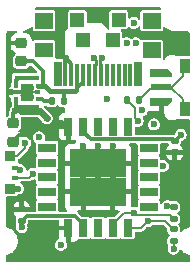
<source format=gbr>
%TF.GenerationSoftware,KiCad,Pcbnew,5.99.0-unknown-a208dac8d8~131~ubuntu20.04.1*%
%TF.CreationDate,2021-09-06T21:34:51-05:00*%
%TF.ProjectId,minimum,6d696e69-6d75-46d2-9e6b-696361645f70,rev?*%
%TF.SameCoordinates,Original*%
%TF.FileFunction,Copper,L1,Top*%
%TF.FilePolarity,Positive*%
%FSLAX46Y46*%
G04 Gerber Fmt 4.6, Leading zero omitted, Abs format (unit mm)*
G04 Created by KiCad (PCBNEW 5.99.0-unknown-a208dac8d8~131~ubuntu20.04.1) date 2021-09-06 21:34:51*
%MOMM*%
%LPD*%
G01*
G04 APERTURE LIST*
G04 Aperture macros list*
%AMRoundRect*
0 Rectangle with rounded corners*
0 $1 Rounding radius*
0 $2 $3 $4 $5 $6 $7 $8 $9 X,Y pos of 4 corners*
0 Add a 4 corners polygon primitive as box body*
4,1,4,$2,$3,$4,$5,$6,$7,$8,$9,$2,$3,0*
0 Add four circle primitives for the rounded corners*
1,1,$1+$1,$2,$3*
1,1,$1+$1,$4,$5*
1,1,$1+$1,$6,$7*
1,1,$1+$1,$8,$9*
0 Add four rect primitives between the rounded corners*
20,1,$1+$1,$2,$3,$4,$5,0*
20,1,$1+$1,$4,$5,$6,$7,0*
20,1,$1+$1,$6,$7,$8,$9,0*
20,1,$1+$1,$8,$9,$2,$3,0*%
%AMOutline5P*
0 Free polygon, 5 corners , with rotation*
0 The origin of the aperture is its center*
0 number of corners: always 5*
0 $1 to $10 corner X, Y*
0 $11 Rotation angle, in degrees counterclockwise*
0 create outline with 5 corners*
4,1,5,$1,$2,$3,$4,$5,$6,$7,$8,$9,$10,$1,$2,$11*%
%AMOutline6P*
0 Free polygon, 6 corners , with rotation*
0 The origin of the aperture is its center*
0 number of corners: always 6*
0 $1 to $12 corner X, Y*
0 $13 Rotation angle, in degrees counterclockwise*
0 create outline with 6 corners*
4,1,6,$1,$2,$3,$4,$5,$6,$7,$8,$9,$10,$11,$12,$1,$2,$13*%
%AMOutline7P*
0 Free polygon, 7 corners , with rotation*
0 The origin of the aperture is its center*
0 number of corners: always 7*
0 $1 to $14 corner X, Y*
0 $15 Rotation angle, in degrees counterclockwise*
0 create outline with 7 corners*
4,1,7,$1,$2,$3,$4,$5,$6,$7,$8,$9,$10,$11,$12,$13,$14,$1,$2,$15*%
%AMOutline8P*
0 Free polygon, 8 corners , with rotation*
0 The origin of the aperture is its center*
0 number of corners: always 8*
0 $1 to $16 corner X, Y*
0 $17 Rotation angle, in degrees counterclockwise*
0 create outline with 8 corners*
4,1,8,$1,$2,$3,$4,$5,$6,$7,$8,$9,$10,$11,$12,$13,$14,$15,$16,$1,$2,$17*%
G04 Aperture macros list end*
%TA.AperFunction,ComponentPad*%
%ADD10C,0.600000*%
%TD*%
%TA.AperFunction,SMDPad,CuDef*%
%ADD11R,1.500000X0.800000*%
%TD*%
%TA.AperFunction,SMDPad,CuDef*%
%ADD12R,0.800000X1.500000*%
%TD*%
%TA.AperFunction,SMDPad,CuDef*%
%ADD13R,2.400000X2.400000*%
%TD*%
%TA.AperFunction,SMDPad,CuDef*%
%ADD14RoundRect,0.135000X0.185000X-0.135000X0.185000X0.135000X-0.185000X0.135000X-0.185000X-0.135000X0*%
%TD*%
%TA.AperFunction,SMDPad,CuDef*%
%ADD15RoundRect,0.140000X-0.170000X0.140000X-0.170000X-0.140000X0.170000X-0.140000X0.170000X0.140000X0*%
%TD*%
%TA.AperFunction,SMDPad,CuDef*%
%ADD16R,0.900000X0.850000*%
%TD*%
%TA.AperFunction,SMDPad,CuDef*%
%ADD17R,0.500000X0.450000*%
%TD*%
%TA.AperFunction,SMDPad,CuDef*%
%ADD18RoundRect,0.135000X-0.185000X0.135000X-0.185000X-0.135000X0.185000X-0.135000X0.185000X0.135000X0*%
%TD*%
%TA.AperFunction,SMDPad,CuDef*%
%ADD19RoundRect,0.135000X0.135000X0.185000X-0.135000X0.185000X-0.135000X-0.185000X0.135000X-0.185000X0*%
%TD*%
%TA.AperFunction,SMDPad,CuDef*%
%ADD20R,0.375000X0.350000*%
%TD*%
%TA.AperFunction,SMDPad,CuDef*%
%ADD21R,2.100000X0.400000*%
%TD*%
%TA.AperFunction,SMDPad,CuDef*%
%ADD22R,1.100000X0.750000*%
%TD*%
%TA.AperFunction,SMDPad,CuDef*%
%ADD23Outline5P,-0.375000X0.900000X0.375000X0.900000X0.375000X-0.900000X0.000000X-0.900000X-0.375000X-0.525000X90.000000*%
%TD*%
%TA.AperFunction,SMDPad,CuDef*%
%ADD24R,1.800000X0.600000*%
%TD*%
%TA.AperFunction,SMDPad,CuDef*%
%ADD25R,0.900000X1.300000*%
%TD*%
%TA.AperFunction,SMDPad,CuDef*%
%ADD26Outline5P,-0.375000X0.900000X0.375000X0.900000X0.375000X-0.525000X0.000000X-0.900000X-0.375000X-0.900000X90.000000*%
%TD*%
%TA.AperFunction,SMDPad,CuDef*%
%ADD27RoundRect,0.225000X-0.250000X0.225000X-0.250000X-0.225000X0.250000X-0.225000X0.250000X0.225000X0*%
%TD*%
%TA.AperFunction,SMDPad,CuDef*%
%ADD28RoundRect,0.225000X0.250000X-0.225000X0.250000X0.225000X-0.250000X0.225000X-0.250000X-0.225000X0*%
%TD*%
%TA.AperFunction,SMDPad,CuDef*%
%ADD29R,0.350000X1.900000*%
%TD*%
%TA.AperFunction,SMDPad,CuDef*%
%ADD30R,1.200000X1.200000*%
%TD*%
%TA.AperFunction,SMDPad,CuDef*%
%ADD31R,1.500000X1.300000*%
%TD*%
%TA.AperFunction,SMDPad,CuDef*%
%ADD32R,1.500000X1.400000*%
%TD*%
%TA.AperFunction,SMDPad,CuDef*%
%ADD33R,0.650000X2.100000*%
%TD*%
%TA.AperFunction,SMDPad,CuDef*%
%ADD34RoundRect,0.140000X0.170000X-0.140000X0.170000X0.140000X-0.170000X0.140000X-0.170000X-0.140000X0*%
%TD*%
%TA.AperFunction,ViaPad*%
%ADD35C,0.600000*%
%TD*%
%TA.AperFunction,Conductor*%
%ADD36C,0.300000*%
%TD*%
%TA.AperFunction,Conductor*%
%ADD37C,0.600000*%
%TD*%
%TA.AperFunction,Conductor*%
%ADD38C,0.150000*%
%TD*%
%TA.AperFunction,Conductor*%
%ADD39C,0.200000*%
%TD*%
%TA.AperFunction,Conductor*%
%ADD40C,0.350000*%
%TD*%
%TA.AperFunction,Conductor*%
%ADD41C,0.218186*%
%TD*%
%TA.AperFunction,Conductor*%
%ADD42C,0.400000*%
%TD*%
G04 APERTURE END LIST*
D10*
%TO.P,U1,57,GND*%
%TO.N,GND*%
X98725000Y-72525000D03*
X100000000Y-72525000D03*
X101275000Y-72525000D03*
X98725000Y-71250000D03*
X100000000Y-69975000D03*
X101275000Y-71250000D03*
X100000000Y-71250000D03*
X101275000Y-69975000D03*
X98725000Y-69975000D03*
%TD*%
D11*
%TO.P,U2,1*%
%TO.N,N/C*%
X95700000Y-70100000D03*
%TO.P,U2,2*%
X95700000Y-71350000D03*
%TO.P,U2,3*%
X95700000Y-72600000D03*
%TO.P,U2,4*%
X95700000Y-73850000D03*
%TO.P,U2,5*%
X95700000Y-75100000D03*
D12*
%TO.P,U2,6,GND*%
%TO.N,GND*%
X97500000Y-76900000D03*
%TO.P,U2,7,VDD*%
%TO.N,+3V3*%
X98750000Y-76900000D03*
%TO.P,U2,8*%
%TO.N,N/C*%
X100000000Y-76900000D03*
%TO.P,U2,9,SCL*%
%TO.N,/SCL*%
X101250000Y-76900000D03*
%TO.P,U2,10,SDA*%
%TO.N,/SDA*%
X102500000Y-76900000D03*
D11*
%TO.P,U2,11*%
%TO.N,N/C*%
X104300000Y-75100000D03*
%TO.P,U2,12*%
X104300000Y-73850000D03*
%TO.P,U2,13*%
X104300000Y-72600000D03*
%TO.P,U2,14*%
X104300000Y-71350000D03*
%TO.P,U2,15*%
X104300000Y-70100000D03*
D12*
%TO.P,U2,16*%
X102500000Y-68300000D03*
%TO.P,U2,17*%
X101250000Y-68300000D03*
%TO.P,U2,18*%
X100000000Y-68300000D03*
%TO.P,U2,19,VDDH*%
%TO.N,+3V3*%
X98750000Y-68300000D03*
%TO.P,U2,20,GND*%
%TO.N,GND*%
X97500000Y-68300000D03*
D13*
%TO.P,U2,21,GND*%
X101200000Y-73800000D03*
X98800000Y-71400000D03*
X101200000Y-71400000D03*
X98800000Y-73800000D03*
%TD*%
D14*
%TO.P,R4,1*%
%TO.N,+3V3*%
X106400000Y-78010000D03*
%TO.P,R4,2*%
%TO.N,/SDA*%
X106400000Y-76990000D03*
%TD*%
D15*
%TO.P,C8,1*%
%TO.N,+3V3*%
X106500000Y-69520000D03*
%TO.P,C8,2*%
%TO.N,GND*%
X106500000Y-70480000D03*
%TD*%
D16*
%TO.P,D1,1,BK*%
%TO.N,Net-(D1-Pad1)*%
X92550000Y-73575000D03*
D17*
%TO.P,D1,2,A*%
%TO.N,+3V3*%
X92950000Y-72625000D03*
%TO.P,D1,3,RK*%
%TO.N,Net-(D1-Pad3)*%
X92950000Y-71775000D03*
D16*
%TO.P,D1,4,GK*%
%TO.N,Net-(D1-Pad4)*%
X92550000Y-70825000D03*
%TD*%
D18*
%TO.P,R3,1*%
%TO.N,+3V3*%
X106400000Y-75110000D03*
%TO.P,R3,2*%
%TO.N,/SCL*%
X106400000Y-76130000D03*
%TD*%
D19*
%TO.P,R6,1*%
%TO.N,Net-(R6-Pad1)*%
X103480000Y-66050000D03*
%TO.P,R6,2*%
%TO.N,/QSPI_SS*%
X102460000Y-66050000D03*
%TD*%
%TO.P,R7,1*%
%TO.N,VBUS*%
X97090000Y-66160000D03*
%TO.P,R7,2*%
%TO.N,Net-(R7-Pad2)*%
X96070000Y-66160000D03*
%TD*%
D20*
%TO.P,U4,1,Lx*%
%TO.N,Net-(U4-Pad1)*%
X93062500Y-64850000D03*
%TO.P,U4,2,AGND*%
%TO.N,GND*%
X93062500Y-65400000D03*
%TO.P,U4,3,Vout*%
%TO.N,+3V3*%
X93062500Y-65950000D03*
%TO.P,U4,4,CE*%
%TO.N,Net-(R7-Pad2)*%
X94937500Y-65950000D03*
%TO.P,U4,5,PGND*%
%TO.N,GND*%
X94937500Y-65400000D03*
%TO.P,U4,6,Vin*%
%TO.N,VBUS*%
X94937500Y-64850000D03*
D21*
%TO.P,U4,7,L1*%
%TO.N,Net-(U4-Pad1)*%
X94000000Y-64150000D03*
%TO.P,U4,8,L2*%
%TO.N,+3V3*%
X94000000Y-66650000D03*
D22*
%TO.P,U4,PAD,PAD*%
%TO.N,GND*%
X94000000Y-65025000D03*
X94000000Y-65775000D03*
%TD*%
D23*
%TO.P,SW1,1,1*%
%TO.N,GND*%
X105374650Y-66215000D03*
D24*
%TO.P,SW1,2,2*%
%TO.N,Net-(R6-Pad1)*%
X105372950Y-64990000D03*
D25*
X107328750Y-63140000D03*
X107328750Y-66840000D03*
D26*
%TO.P,SW1,3*%
%TO.N,N/C*%
X105374650Y-63765000D03*
%TD*%
D27*
%TO.P,C18,1*%
%TO.N,+3V3*%
X92810000Y-68035000D03*
%TO.P,C18,2*%
%TO.N,GND*%
X92810000Y-69585000D03*
%TD*%
D28*
%TO.P,C17,1*%
%TO.N,VBUS*%
X93500000Y-62775000D03*
%TO.P,C17,2*%
%TO.N,GND*%
X93500000Y-61225000D03*
%TD*%
D29*
%TO.P,J1,A1,GNDA*%
%TO.N,GND*%
X97250000Y-63950000D03*
%TO.P,J1,A4,A_VBUS*%
%TO.N,VBUS*%
X98750000Y-63950000D03*
%TO.P,J1,A5,CC1*%
%TO.N,unconnected-(J1-PadA5)*%
X99250000Y-63950000D03*
%TO.P,J1,A6,DA+*%
%TO.N,/USB_D+*%
X99750000Y-63950000D03*
%TO.P,J1,A7,DA-*%
%TO.N,/USB_D-*%
X100250000Y-63950000D03*
%TO.P,J1,A10,RX2-*%
%TO.N,unconnected-(J1-PadA10)*%
X101750000Y-63950000D03*
%TO.P,J1,A11,RX2+*%
%TO.N,unconnected-(J1-PadA11)*%
X102250000Y-63950000D03*
%TO.P,J1,B2,TX2+*%
%TO.N,unconnected-(J1-PadB2)*%
X102750000Y-63950000D03*
%TO.P,J1,B3,TX2-*%
%TO.N,unconnected-(J1-PadB3)*%
X101250000Y-63950000D03*
%TO.P,J1,B5,CC2*%
%TO.N,unconnected-(J1-PadB5)*%
X100750000Y-63950000D03*
%TO.P,J1,B9,B_VBUS*%
%TO.N,VBUS*%
X98250000Y-63950000D03*
%TO.P,J1,B12,GNDB*%
%TO.N,GND*%
X97750000Y-63950000D03*
D30*
%TO.P,J1,S1*%
%TO.N,N/C*%
X101750000Y-59250000D03*
D31*
X95450000Y-61850000D03*
D30*
X98750000Y-61000000D03*
D32*
X104550000Y-59350000D03*
D33*
X96600000Y-63850000D03*
D30*
X101250000Y-61000000D03*
D33*
X103400000Y-63850000D03*
D32*
X104550000Y-61850000D03*
D30*
X98250000Y-59250000D03*
D32*
X95450000Y-59350000D03*
%TD*%
D34*
%TO.P,C9,1*%
%TO.N,+3V3*%
X93550000Y-76270000D03*
%TO.P,C9,2*%
%TO.N,GND*%
X93550000Y-75310000D03*
%TD*%
D35*
%TO.N,+3V3*%
X105870000Y-75040000D03*
X94500000Y-72290000D03*
X95000000Y-69200000D03*
X107000000Y-69000000D03*
X106400000Y-78650000D03*
X105509368Y-71640816D03*
X103032947Y-59524975D03*
X93540000Y-76810000D03*
X96861995Y-78310888D03*
X95660000Y-67600000D03*
X93000000Y-67000000D03*
X104740000Y-68109011D03*
X100743233Y-65957329D03*
%TO.N,GND*%
X103980000Y-60600000D03*
X94224578Y-69052584D03*
X104310000Y-77090000D03*
X100700498Y-59280000D03*
X96140000Y-76890000D03*
X97255295Y-62495112D03*
X106200000Y-72400000D03*
X106200000Y-68600000D03*
X96850500Y-68019863D03*
X92607820Y-65386478D03*
%TO.N,/QSPI_SD1*%
X103183831Y-61244693D03*
X103699636Y-66925692D03*
%TO.N,/QSPI_SS*%
X102434500Y-61228683D03*
X103361820Y-67829542D03*
%TO.N,/USB_D+*%
X99625000Y-62504836D03*
%TO.N,/USB_D-*%
X100375000Y-62504836D03*
%TO.N,/SCL*%
X103010011Y-75604095D03*
%TO.N,/SDA*%
X104228806Y-76299011D03*
%TO.N,Net-(D1-Pad3)*%
X93428915Y-72013154D03*
%TO.N,Net-(D1-Pad4)*%
X93848539Y-69700927D03*
%TO.N,Net-(D1-Pad1)*%
X93240000Y-73550000D03*
%TD*%
D36*
%TO.N,+3V3*%
X93990500Y-67000000D02*
X93500000Y-67000000D01*
D37*
X95660000Y-67600000D02*
X95060000Y-67000000D01*
D38*
X106400000Y-75110000D02*
X105940000Y-75110000D01*
D39*
X92950000Y-72625000D02*
X94165000Y-72625000D01*
D36*
X98750000Y-76550000D02*
X98050489Y-75850489D01*
D39*
X106470000Y-78580000D02*
X106400000Y-78650000D01*
X106470000Y-78110000D02*
X106470000Y-78580000D01*
D36*
X106500000Y-69500000D02*
X107000000Y-69000000D01*
X99375489Y-69375489D02*
X106355489Y-69375489D01*
X106355489Y-69375489D02*
X106500000Y-69520000D01*
X93500000Y-67000000D02*
X93000000Y-67000000D01*
D40*
X92810000Y-68035000D02*
X92810000Y-67190000D01*
D36*
X93062500Y-65950000D02*
X93062500Y-66937500D01*
X93550000Y-76800000D02*
X93540000Y-76810000D01*
X94000000Y-66990500D02*
X93990500Y-67000000D01*
X98750000Y-68750000D02*
X99375489Y-69375489D01*
X98050489Y-75850489D02*
X93969511Y-75850489D01*
D38*
X105940000Y-75110000D02*
X105870000Y-75040000D01*
D36*
X93550000Y-76270000D02*
X93550000Y-76800000D01*
D39*
X94165000Y-72625000D02*
X94500000Y-72290000D01*
D37*
X95060000Y-67000000D02*
X93500000Y-67000000D01*
D36*
X94000000Y-66650000D02*
X94000000Y-66990500D01*
X93969511Y-75850489D02*
X93550000Y-76270000D01*
X93062500Y-66937500D02*
X93000000Y-67000000D01*
D40*
X92810000Y-67190000D02*
X93000000Y-67000000D01*
D39*
%TO.N,GND*%
X97500000Y-68300000D02*
X97130637Y-68300000D01*
D40*
X97750000Y-63950000D02*
X97750000Y-62989817D01*
D38*
X93062500Y-65400000D02*
X92621342Y-65400000D01*
D36*
X94937500Y-65400000D02*
X94760000Y-65400000D01*
X93342416Y-69052584D02*
X92810000Y-69585000D01*
X93625000Y-65400000D02*
X94000000Y-65025000D01*
D39*
X97130637Y-68300000D02*
X96850500Y-68019863D01*
D38*
X94000000Y-65775000D02*
X93855000Y-65775000D01*
X94375000Y-65400000D02*
X94760000Y-65400000D01*
D36*
X94224578Y-69052584D02*
X93342416Y-69052584D01*
X94375000Y-65400000D02*
X94000000Y-65025000D01*
D38*
X94000000Y-65775000D02*
X94375000Y-65400000D01*
X92621342Y-65400000D02*
X92607820Y-65386478D01*
D40*
X97250000Y-63950000D02*
X97250000Y-62500407D01*
X97250000Y-62500407D02*
X97255295Y-62495112D01*
D36*
X93480000Y-65400000D02*
X93625000Y-65400000D01*
D40*
X97750000Y-62989817D02*
X97255295Y-62495112D01*
D38*
X93855000Y-65775000D02*
X93480000Y-65400000D01*
D36*
X93062500Y-65400000D02*
X93480000Y-65400000D01*
D38*
%TO.N,/QSPI_SS*%
X103361820Y-67829542D02*
X103124511Y-67592233D01*
X103124511Y-66714511D02*
X102460000Y-66050000D01*
X103124511Y-67592233D02*
X103124511Y-66714511D01*
D41*
%TO.N,/USB_D+*%
X99815907Y-63109093D02*
X99815907Y-62695743D01*
X99815907Y-62695743D02*
X99625000Y-62504836D01*
%TO.N,/USB_D-*%
X100184093Y-63109093D02*
X100184093Y-62695743D01*
X100184093Y-62695743D02*
X100375000Y-62504836D01*
D39*
%TO.N,/SCL*%
X103155427Y-75749511D02*
X106099511Y-75749511D01*
X106099511Y-75749511D02*
X106480000Y-76130000D01*
X102195905Y-75604095D02*
X101250000Y-76550000D01*
X103010011Y-75604095D02*
X103155427Y-75749511D01*
X103010011Y-75604095D02*
X102195905Y-75604095D01*
%TO.N,/SDA*%
X105679011Y-76299011D02*
X106470000Y-77090000D01*
X102500000Y-76900000D02*
X103627817Y-76900000D01*
X104228806Y-76299011D02*
X105679011Y-76299011D01*
X103627817Y-76900000D02*
X104228806Y-76299011D01*
D40*
%TO.N,Net-(R7-Pad2)*%
X95440000Y-66160000D02*
X96070000Y-66160000D01*
X94937500Y-65950000D02*
X95230000Y-65950000D01*
X95230000Y-65950000D02*
X95440000Y-66160000D01*
D36*
%TO.N,Net-(U4-Pad1)*%
X93062500Y-64375000D02*
X93287500Y-64150000D01*
X93062500Y-64850000D02*
X93062500Y-64375000D01*
D40*
%TO.N,VBUS*%
X94524022Y-62775000D02*
X93500000Y-62775000D01*
D42*
X98030000Y-65250000D02*
X98030489Y-65249511D01*
D40*
X98250000Y-65030000D02*
X98250000Y-65224022D01*
X98224511Y-65249511D02*
X98030489Y-65249511D01*
X97090000Y-65360000D02*
X97200000Y-65250000D01*
X98750000Y-64530000D02*
X98250000Y-65030000D01*
D42*
X95550000Y-64850000D02*
X95950000Y-65250000D01*
X95950000Y-65250000D02*
X97200000Y-65250000D01*
D40*
X95350000Y-64850000D02*
X94937500Y-64850000D01*
D42*
X94937500Y-64850000D02*
X95550000Y-64850000D01*
D40*
X95374511Y-63625489D02*
X94524022Y-62775000D01*
X95350000Y-64850000D02*
X95374511Y-64825489D01*
X95374511Y-64825489D02*
X95374511Y-63625489D01*
D42*
X97200000Y-65250000D02*
X98030000Y-65250000D01*
D40*
X97090000Y-66160000D02*
X97090000Y-65360000D01*
X98250000Y-65224022D02*
X98224511Y-65249511D01*
X98250000Y-63950000D02*
X98250000Y-65030000D01*
D39*
%TO.N,Net-(R6-Pad1)*%
X107178750Y-64000000D02*
X106178750Y-65000000D01*
X106178750Y-65000000D02*
X105222950Y-65000000D01*
X103480000Y-66050000D02*
X104530000Y-65000000D01*
X107178750Y-66850000D02*
X107178750Y-66000000D01*
X107178750Y-63150000D02*
X107178750Y-64000000D01*
X107178750Y-66000000D02*
X106178750Y-65000000D01*
%TO.N,Net-(D1-Pad3)*%
X93428915Y-72013154D02*
X93188154Y-72013154D01*
X93188154Y-72013154D02*
X92950000Y-71775000D01*
D38*
%TO.N,Net-(D1-Pad4)*%
X93150000Y-70825000D02*
X93848539Y-70126461D01*
X93848539Y-70126461D02*
X93848539Y-69700927D01*
X92550000Y-70825000D02*
X93150000Y-70825000D01*
D39*
%TO.N,Net-(D1-Pad1)*%
X93240000Y-73550000D02*
X92575000Y-73550000D01*
%TD*%
%TA.AperFunction,Conductor*%
%TO.N,GND*%
G36*
X94685574Y-72777812D02*
G01*
X94733292Y-72816109D01*
X94749500Y-72870391D01*
X94749500Y-73019748D01*
X94761133Y-73078231D01*
X94805448Y-73144552D01*
X94813558Y-73149971D01*
X94818583Y-73154996D01*
X94846360Y-73209513D01*
X94836789Y-73269945D01*
X94818583Y-73295004D01*
X94813558Y-73300029D01*
X94805448Y-73305448D01*
X94761133Y-73371769D01*
X94749500Y-73430252D01*
X94749500Y-74269748D01*
X94761133Y-74328231D01*
X94805448Y-74394552D01*
X94813558Y-74399971D01*
X94818583Y-74404996D01*
X94846360Y-74459513D01*
X94836789Y-74519945D01*
X94818583Y-74545004D01*
X94813558Y-74550029D01*
X94805448Y-74555448D01*
X94761133Y-74621769D01*
X94759231Y-74631332D01*
X94759230Y-74631334D01*
X94755285Y-74651167D01*
X94749500Y-74680252D01*
X94749500Y-75400989D01*
X94730593Y-75459180D01*
X94681093Y-75495144D01*
X94650500Y-75499989D01*
X94017459Y-75499989D01*
X93996623Y-75497771D01*
X93995341Y-75497495D01*
X93986250Y-75495538D01*
X93954440Y-75499303D01*
X93948548Y-75499650D01*
X93948548Y-75499653D01*
X93944481Y-75499989D01*
X93940396Y-75499989D01*
X93936370Y-75500659D01*
X93936359Y-75500660D01*
X93922392Y-75502985D01*
X93917780Y-75503642D01*
X93870372Y-75509253D01*
X93870263Y-75508330D01*
X93858526Y-75510000D01*
X92857864Y-75510000D01*
X92845179Y-75514122D01*
X92843959Y-75515800D01*
X92843481Y-75520720D01*
X92849893Y-75573705D01*
X92852998Y-75585932D01*
X92902637Y-75711305D01*
X92909201Y-75722955D01*
X92990490Y-75830050D01*
X92999955Y-75839515D01*
X93039580Y-75869592D01*
X93074500Y-75919834D01*
X93073218Y-75981006D01*
X93069453Y-75990278D01*
X93046028Y-76040513D01*
X93039500Y-76090099D01*
X93039501Y-76449900D01*
X93039924Y-76453110D01*
X93039924Y-76453117D01*
X93044779Y-76489996D01*
X93046028Y-76499487D01*
X93049228Y-76506350D01*
X93049229Y-76506352D01*
X93069701Y-76550253D01*
X93077158Y-76610982D01*
X93069594Y-76634162D01*
X93056447Y-76662163D01*
X93055362Y-76669132D01*
X93055361Y-76669135D01*
X93051022Y-76697005D01*
X93034391Y-76803823D01*
X93035306Y-76810820D01*
X93035306Y-76810821D01*
X93037934Y-76830919D01*
X93052980Y-76945979D01*
X93055821Y-76952435D01*
X93055821Y-76952436D01*
X93063586Y-76970082D01*
X93110720Y-77077203D01*
X93136100Y-77107396D01*
X93198431Y-77181549D01*
X93198434Y-77181551D01*
X93202970Y-77186948D01*
X93208841Y-77190856D01*
X93208842Y-77190857D01*
X93226689Y-77202737D01*
X93322313Y-77266390D01*
X93422920Y-77297821D01*
X93452425Y-77307039D01*
X93452426Y-77307039D01*
X93459157Y-77309142D01*
X93530828Y-77310456D01*
X93595445Y-77311641D01*
X93595447Y-77311641D01*
X93602499Y-77311770D01*
X93609302Y-77309915D01*
X93609304Y-77309915D01*
X93684503Y-77289413D01*
X93740817Y-77274060D01*
X93862991Y-77199045D01*
X93867845Y-77193683D01*
X93954468Y-77097982D01*
X93959200Y-77092754D01*
X94021710Y-76963733D01*
X94023185Y-76954970D01*
X94044862Y-76826124D01*
X94044862Y-76826120D01*
X94045496Y-76822354D01*
X94045647Y-76810000D01*
X94028712Y-76691748D01*
X94026323Y-76675063D01*
X94026323Y-76675061D01*
X94025323Y-76668082D01*
X94022405Y-76661665D01*
X94022403Y-76661657D01*
X94019524Y-76655326D01*
X94012649Y-76594528D01*
X94019918Y-76572515D01*
X94053972Y-76499487D01*
X94060500Y-76449901D01*
X94060499Y-76299989D01*
X94079406Y-76241799D01*
X94128906Y-76205835D01*
X94159499Y-76200989D01*
X96601000Y-76200989D01*
X96659191Y-76219896D01*
X96695155Y-76269396D01*
X96700000Y-76299989D01*
X96700000Y-76684320D01*
X96704122Y-76697005D01*
X96708243Y-76700000D01*
X97601000Y-76700000D01*
X97659191Y-76718907D01*
X97695155Y-76768407D01*
X97700000Y-76799000D01*
X97700000Y-78034319D01*
X97704122Y-78047004D01*
X97708243Y-78049999D01*
X97927585Y-78049999D01*
X97935329Y-78049389D01*
X98017449Y-78036384D01*
X98032091Y-78031627D01*
X98131106Y-77981177D01*
X98143551Y-77972135D01*
X98222135Y-77893551D01*
X98225865Y-77888417D01*
X98275365Y-77852453D01*
X98320570Y-77849789D01*
X98320640Y-77849075D01*
X98325147Y-77849519D01*
X98325280Y-77849511D01*
X98330252Y-77850500D01*
X99169748Y-77850500D01*
X99195995Y-77845279D01*
X99218666Y-77840770D01*
X99218668Y-77840769D01*
X99228231Y-77838867D01*
X99294552Y-77794552D01*
X99299971Y-77786442D01*
X99304996Y-77781417D01*
X99359513Y-77753640D01*
X99419945Y-77763211D01*
X99445004Y-77781417D01*
X99450029Y-77786442D01*
X99455448Y-77794552D01*
X99521769Y-77838867D01*
X99531332Y-77840769D01*
X99531334Y-77840770D01*
X99554005Y-77845279D01*
X99580252Y-77850500D01*
X100419748Y-77850500D01*
X100445995Y-77845279D01*
X100468666Y-77840770D01*
X100468668Y-77840769D01*
X100478231Y-77838867D01*
X100544552Y-77794552D01*
X100549971Y-77786442D01*
X100554996Y-77781417D01*
X100609513Y-77753640D01*
X100669945Y-77763211D01*
X100695004Y-77781417D01*
X100700029Y-77786442D01*
X100705448Y-77794552D01*
X100771769Y-77838867D01*
X100781332Y-77840769D01*
X100781334Y-77840770D01*
X100804005Y-77845279D01*
X100830252Y-77850500D01*
X101669748Y-77850500D01*
X101695995Y-77845279D01*
X101718666Y-77840770D01*
X101718668Y-77840769D01*
X101728231Y-77838867D01*
X101794552Y-77794552D01*
X101799971Y-77786442D01*
X101804996Y-77781417D01*
X101859513Y-77753640D01*
X101919945Y-77763211D01*
X101945004Y-77781417D01*
X101950029Y-77786442D01*
X101955448Y-77794552D01*
X102021769Y-77838867D01*
X102031332Y-77840769D01*
X102031334Y-77840770D01*
X102054005Y-77845279D01*
X102080252Y-77850500D01*
X102919748Y-77850500D01*
X102945995Y-77845279D01*
X102968666Y-77840770D01*
X102968668Y-77840769D01*
X102978231Y-77838867D01*
X103044552Y-77794552D01*
X103088867Y-77728231D01*
X103100500Y-77669748D01*
X103100500Y-77299500D01*
X103119407Y-77241309D01*
X103168907Y-77205345D01*
X103199500Y-77200500D01*
X103574309Y-77200500D01*
X103578434Y-77200803D01*
X103583159Y-77202425D01*
X103632578Y-77200570D01*
X103636291Y-77200500D01*
X103655765Y-77200500D01*
X103660195Y-77199675D01*
X103665388Y-77199339D01*
X103681419Y-77198737D01*
X103685892Y-77198569D01*
X103695025Y-77198226D01*
X103703419Y-77194620D01*
X103703422Y-77194619D01*
X103705600Y-77193683D01*
X103726551Y-77187317D01*
X103737870Y-77185209D01*
X103760546Y-77171232D01*
X103773413Y-77164548D01*
X103791459Y-77156795D01*
X103791460Y-77156794D01*
X103797880Y-77154036D01*
X103802766Y-77150022D01*
X103807130Y-77145658D01*
X103825185Y-77131387D01*
X103833165Y-77126468D01*
X103850835Y-77103231D01*
X103859627Y-77093161D01*
X104124765Y-76828023D01*
X104179282Y-76800246D01*
X104196580Y-76799044D01*
X104240896Y-76799857D01*
X104284252Y-76800652D01*
X104284254Y-76800652D01*
X104291305Y-76800781D01*
X104298108Y-76798926D01*
X104298110Y-76798926D01*
X104373309Y-76778424D01*
X104429623Y-76763071D01*
X104551797Y-76688056D01*
X104569877Y-76668082D01*
X104602468Y-76632075D01*
X104655536Y-76601621D01*
X104675866Y-76599511D01*
X105513533Y-76599511D01*
X105571724Y-76618418D01*
X105583537Y-76628508D01*
X105850504Y-76895476D01*
X105878281Y-76949992D01*
X105879500Y-76965479D01*
X105879500Y-77164316D01*
X105885932Y-77213173D01*
X105889135Y-77220041D01*
X105889135Y-77220042D01*
X105931909Y-77311770D01*
X105935935Y-77320404D01*
X106019596Y-77404065D01*
X106032919Y-77410277D01*
X106077664Y-77452005D01*
X106089338Y-77512067D01*
X106063479Y-77567519D01*
X106032920Y-77589722D01*
X106019596Y-77595935D01*
X105935935Y-77679596D01*
X105932275Y-77687444D01*
X105932274Y-77687446D01*
X105901407Y-77753640D01*
X105885932Y-77786827D01*
X105879500Y-77835684D01*
X105879500Y-78184316D01*
X105885932Y-78233173D01*
X105889135Y-78240041D01*
X105889135Y-78240042D01*
X105932273Y-78332552D01*
X105932275Y-78332554D01*
X105935935Y-78340404D01*
X105938430Y-78342899D01*
X105955475Y-78398651D01*
X105946105Y-78438994D01*
X105916447Y-78502163D01*
X105894391Y-78643823D01*
X105895306Y-78650820D01*
X105895306Y-78650821D01*
X105911780Y-78776802D01*
X105912980Y-78785979D01*
X105915821Y-78792435D01*
X105915821Y-78792436D01*
X105923586Y-78810082D01*
X105970720Y-78917203D01*
X106002114Y-78954551D01*
X106058431Y-79021549D01*
X106058434Y-79021551D01*
X106062970Y-79026948D01*
X106068841Y-79030856D01*
X106068842Y-79030857D01*
X106081143Y-79039045D01*
X106182313Y-79106390D01*
X106267671Y-79133057D01*
X106312425Y-79147039D01*
X106312426Y-79147039D01*
X106319157Y-79149142D01*
X106390828Y-79150456D01*
X106455445Y-79151641D01*
X106455447Y-79151641D01*
X106462499Y-79151770D01*
X106469302Y-79149915D01*
X106469304Y-79149915D01*
X106544503Y-79129413D01*
X106600817Y-79114060D01*
X106722991Y-79039045D01*
X106730403Y-79030857D01*
X106814468Y-78937982D01*
X106819200Y-78932754D01*
X106881710Y-78803733D01*
X106883484Y-78793188D01*
X106884878Y-78790515D01*
X106885024Y-78790059D01*
X106885103Y-78790084D01*
X106911785Y-78738941D01*
X106966567Y-78711689D01*
X107026904Y-78721842D01*
X107062208Y-78752831D01*
X107074756Y-78770751D01*
X107077235Y-78774292D01*
X107225708Y-78922765D01*
X107303223Y-78977041D01*
X107374498Y-79026948D01*
X107397708Y-79043200D01*
X107588008Y-79131939D01*
X107644362Y-79147039D01*
X107726623Y-79169081D01*
X107777938Y-79202405D01*
X107800000Y-79264708D01*
X107800000Y-79701000D01*
X107781093Y-79759191D01*
X107731593Y-79795155D01*
X107701000Y-79800000D01*
X92299000Y-79800000D01*
X92240809Y-79781093D01*
X92204845Y-79731593D01*
X92200000Y-79701000D01*
X92200000Y-79264708D01*
X92218907Y-79206517D01*
X92273377Y-79169081D01*
X92355638Y-79147039D01*
X92411992Y-79131939D01*
X92602292Y-79043200D01*
X92625503Y-79026948D01*
X92696777Y-78977041D01*
X92774292Y-78922765D01*
X92922765Y-78774292D01*
X93009795Y-78650000D01*
X93040718Y-78605837D01*
X93040719Y-78605835D01*
X93043200Y-78602292D01*
X93131939Y-78411992D01*
X93160685Y-78304711D01*
X96356386Y-78304711D01*
X96357301Y-78311708D01*
X96357301Y-78311709D01*
X96365996Y-78378200D01*
X96374975Y-78446867D01*
X96377816Y-78453323D01*
X96377816Y-78453324D01*
X96402374Y-78509135D01*
X96432715Y-78578091D01*
X96445787Y-78593642D01*
X96520426Y-78682437D01*
X96520429Y-78682439D01*
X96524965Y-78687836D01*
X96530836Y-78691744D01*
X96530837Y-78691745D01*
X96543138Y-78699933D01*
X96644308Y-78767278D01*
X96718687Y-78790515D01*
X96774420Y-78807927D01*
X96774421Y-78807927D01*
X96781152Y-78810030D01*
X96852823Y-78811344D01*
X96917440Y-78812529D01*
X96917442Y-78812529D01*
X96924494Y-78812658D01*
X96931297Y-78810803D01*
X96931299Y-78810803D01*
X97022351Y-78785979D01*
X97062812Y-78774948D01*
X97184986Y-78699933D01*
X97192398Y-78691745D01*
X97276463Y-78598870D01*
X97281195Y-78593642D01*
X97343705Y-78464621D01*
X97347870Y-78439870D01*
X97366857Y-78327012D01*
X97366857Y-78327008D01*
X97367491Y-78323242D01*
X97367642Y-78310888D01*
X97347318Y-78168970D01*
X97308878Y-78084425D01*
X97300000Y-78043449D01*
X97300000Y-77115680D01*
X97295878Y-77102995D01*
X97291757Y-77100000D01*
X96715681Y-77100000D01*
X96702996Y-77104122D01*
X96700001Y-77108243D01*
X96700001Y-77677585D01*
X96700611Y-77685330D01*
X96710181Y-77745763D01*
X96700609Y-77806195D01*
X96655420Y-77849152D01*
X96655524Y-77849316D01*
X96534275Y-77925818D01*
X96529608Y-77931102D01*
X96529606Y-77931104D01*
X96444039Y-78027991D01*
X96444037Y-78027993D01*
X96439372Y-78033276D01*
X96378442Y-78163051D01*
X96377357Y-78170020D01*
X96377356Y-78170023D01*
X96371932Y-78204863D01*
X96356386Y-78304711D01*
X93160685Y-78304711D01*
X93178013Y-78240042D01*
X93185165Y-78213351D01*
X93185165Y-78213349D01*
X93186284Y-78209174D01*
X93204584Y-78000000D01*
X93186284Y-77790826D01*
X93185110Y-77786442D01*
X93153841Y-77669748D01*
X93131939Y-77588008D01*
X93043200Y-77397708D01*
X93011746Y-77352786D01*
X92983026Y-77311770D01*
X92922765Y-77225708D01*
X92774292Y-77077235D01*
X92614687Y-76965479D01*
X92605837Y-76959282D01*
X92605835Y-76959281D01*
X92602292Y-76956800D01*
X92411992Y-76868061D01*
X92343508Y-76849711D01*
X92273377Y-76830919D01*
X92222062Y-76797595D01*
X92200000Y-76735292D01*
X92200000Y-75094432D01*
X92844068Y-75094432D01*
X92846636Y-75107522D01*
X92848156Y-75108934D01*
X92852984Y-75110000D01*
X93334320Y-75110000D01*
X93347005Y-75105878D01*
X93350000Y-75101757D01*
X93350000Y-74645680D01*
X93347583Y-74638243D01*
X93750000Y-74638243D01*
X93750000Y-75094320D01*
X93754122Y-75107005D01*
X93758243Y-75110000D01*
X94242136Y-75110000D01*
X94254821Y-75105878D01*
X94256041Y-75104200D01*
X94256519Y-75099280D01*
X94250107Y-75046295D01*
X94247002Y-75034068D01*
X94197363Y-74908695D01*
X94190799Y-74897045D01*
X94109510Y-74789950D01*
X94100050Y-74780490D01*
X93992955Y-74699201D01*
X93981305Y-74692637D01*
X93855933Y-74642999D01*
X93843705Y-74639893D01*
X93764920Y-74630359D01*
X93764630Y-74630341D01*
X93752995Y-74634122D01*
X93750000Y-74638243D01*
X93347583Y-74638243D01*
X93345878Y-74632995D01*
X93341757Y-74630000D01*
X93341034Y-74630000D01*
X93335080Y-74630359D01*
X93256295Y-74639893D01*
X93244067Y-74642999D01*
X93118695Y-74692637D01*
X93107045Y-74699201D01*
X92999950Y-74780490D01*
X92990490Y-74789950D01*
X92909201Y-74897045D01*
X92902637Y-74908695D01*
X92852998Y-75034068D01*
X92849893Y-75046295D01*
X92844068Y-75094432D01*
X92200000Y-75094432D01*
X92200000Y-74299500D01*
X92218907Y-74241309D01*
X92268407Y-74205345D01*
X92299000Y-74200500D01*
X93019748Y-74200500D01*
X93045995Y-74195279D01*
X93068666Y-74190770D01*
X93068668Y-74190769D01*
X93078231Y-74188867D01*
X93144552Y-74144552D01*
X93177660Y-74095003D01*
X93225709Y-74057125D01*
X93261787Y-74051023D01*
X93281872Y-74051392D01*
X93295446Y-74051641D01*
X93295448Y-74051641D01*
X93302499Y-74051770D01*
X93309302Y-74049915D01*
X93309304Y-74049915D01*
X93384503Y-74029413D01*
X93440817Y-74014060D01*
X93562991Y-73939045D01*
X93659200Y-73832754D01*
X93721710Y-73703733D01*
X93739163Y-73600000D01*
X93744862Y-73566124D01*
X93744862Y-73566120D01*
X93745496Y-73562354D01*
X93745647Y-73550000D01*
X93725323Y-73408082D01*
X93682346Y-73313558D01*
X93668905Y-73283996D01*
X93668904Y-73283995D01*
X93665984Y-73277572D01*
X93599574Y-73200500D01*
X93577005Y-73174307D01*
X93577004Y-73174306D01*
X93572400Y-73168963D01*
X93477690Y-73107575D01*
X93439144Y-73060059D01*
X93435888Y-72998960D01*
X93469167Y-72947617D01*
X93531537Y-72925500D01*
X94111492Y-72925500D01*
X94115617Y-72925803D01*
X94120342Y-72927425D01*
X94169761Y-72925570D01*
X94173474Y-72925500D01*
X94192948Y-72925500D01*
X94197378Y-72924675D01*
X94202571Y-72924339D01*
X94218602Y-72923737D01*
X94223075Y-72923569D01*
X94232208Y-72923226D01*
X94240602Y-72919620D01*
X94240605Y-72919619D01*
X94242783Y-72918683D01*
X94263734Y-72912317D01*
X94275053Y-72910209D01*
X94297729Y-72896232D01*
X94310596Y-72889548D01*
X94328642Y-72881795D01*
X94328643Y-72881794D01*
X94335063Y-72879036D01*
X94339949Y-72875022D01*
X94344313Y-72870658D01*
X94362368Y-72856387D01*
X94370348Y-72851468D01*
X94387360Y-72829096D01*
X94437632Y-72794220D01*
X94467979Y-72790037D01*
X94555445Y-72791641D01*
X94555447Y-72791641D01*
X94562499Y-72791770D01*
X94624461Y-72774877D01*
X94685574Y-72777812D01*
G37*
%TD.AperFunction*%
%TA.AperFunction,Conductor*%
G36*
X105533841Y-66033907D02*
G01*
X105569805Y-66083407D01*
X105574650Y-66114000D01*
X105574650Y-66974321D01*
X105578772Y-66987007D01*
X105582765Y-66989908D01*
X105618729Y-67039408D01*
X105622728Y-67082922D01*
X105619408Y-67108138D01*
X105620063Y-67114071D01*
X105620063Y-67114075D01*
X105635125Y-67250500D01*
X105636685Y-67264633D01*
X105642709Y-67281093D01*
X105688276Y-67405611D01*
X105690793Y-67412490D01*
X105694122Y-67417444D01*
X105775279Y-67538219D01*
X105775282Y-67538223D01*
X105778608Y-67543172D01*
X105783019Y-67547186D01*
X105783021Y-67547188D01*
X105890645Y-67645118D01*
X105895060Y-67649135D01*
X105939839Y-67673448D01*
X106028180Y-67721414D01*
X106028182Y-67721415D01*
X106033426Y-67724262D01*
X106113184Y-67745186D01*
X106179950Y-67762702D01*
X106179954Y-67762702D01*
X106185719Y-67764215D01*
X106191680Y-67764309D01*
X106191683Y-67764309D01*
X106264432Y-67765452D01*
X106343145Y-67766688D01*
X106399710Y-67753733D01*
X106490799Y-67732871D01*
X106490801Y-67732870D01*
X106496618Y-67731538D01*
X106503705Y-67727974D01*
X106583931Y-67687624D01*
X106637275Y-67660795D01*
X106641815Y-67656917D01*
X106646784Y-67653616D01*
X106647832Y-67655193D01*
X106696598Y-67634991D01*
X106759370Y-67651372D01*
X106800519Y-67678867D01*
X106810082Y-67680769D01*
X106810084Y-67680770D01*
X106829185Y-67684569D01*
X106859002Y-67690500D01*
X107701000Y-67690500D01*
X107759191Y-67709407D01*
X107795155Y-67758907D01*
X107800000Y-67789500D01*
X107800000Y-76735292D01*
X107781093Y-76793483D01*
X107726623Y-76830919D01*
X107656492Y-76849711D01*
X107588008Y-76868061D01*
X107397708Y-76956800D01*
X107394165Y-76959281D01*
X107394163Y-76959282D01*
X107385313Y-76965479D01*
X107225708Y-77077235D01*
X107089504Y-77213439D01*
X107034987Y-77241216D01*
X106974555Y-77231645D01*
X106931290Y-77188380D01*
X106920500Y-77143435D01*
X106920500Y-76815684D01*
X106914068Y-76766827D01*
X106899363Y-76735292D01*
X106867726Y-76667446D01*
X106867725Y-76667444D01*
X106864065Y-76659596D01*
X106834473Y-76630004D01*
X106806696Y-76575487D01*
X106816267Y-76515055D01*
X106834473Y-76489996D01*
X106864065Y-76460404D01*
X106868964Y-76449900D01*
X106910865Y-76360042D01*
X106910865Y-76360041D01*
X106914068Y-76353173D01*
X106920500Y-76304316D01*
X106920500Y-75955684D01*
X106914068Y-75906827D01*
X106864065Y-75799596D01*
X106780404Y-75715935D01*
X106767081Y-75709723D01*
X106722336Y-75667995D01*
X106710662Y-75607933D01*
X106736521Y-75552481D01*
X106767080Y-75530278D01*
X106780404Y-75524065D01*
X106864065Y-75440404D01*
X106873874Y-75419370D01*
X106910865Y-75340042D01*
X106910865Y-75340041D01*
X106914068Y-75333173D01*
X106920500Y-75284316D01*
X106920500Y-74935684D01*
X106914068Y-74886827D01*
X106910865Y-74879958D01*
X106867726Y-74787446D01*
X106867725Y-74787444D01*
X106864065Y-74779596D01*
X106780404Y-74695935D01*
X106772556Y-74692275D01*
X106772554Y-74692274D01*
X106680042Y-74649135D01*
X106680041Y-74649135D01*
X106673173Y-74645932D01*
X106624316Y-74639500D01*
X106201650Y-74639500D01*
X106147803Y-74623575D01*
X106088016Y-74584823D01*
X106088017Y-74584823D01*
X106082095Y-74580985D01*
X105944739Y-74539907D01*
X105861497Y-74539398D01*
X105808427Y-74539074D01*
X105808426Y-74539074D01*
X105801376Y-74539031D01*
X105794599Y-74540968D01*
X105794598Y-74540968D01*
X105670309Y-74576490D01*
X105670307Y-74576491D01*
X105663529Y-74578428D01*
X105542280Y-74654930D01*
X105537613Y-74660214D01*
X105537611Y-74660216D01*
X105452044Y-74757103D01*
X105452042Y-74757105D01*
X105447377Y-74762388D01*
X105444381Y-74768769D01*
X105439114Y-74779988D01*
X105397268Y-74824626D01*
X105337176Y-74836143D01*
X105281792Y-74810139D01*
X105252270Y-74756547D01*
X105250500Y-74737913D01*
X105250500Y-74680252D01*
X105244715Y-74651167D01*
X105240770Y-74631334D01*
X105240769Y-74631332D01*
X105238867Y-74621769D01*
X105194552Y-74555448D01*
X105186442Y-74550029D01*
X105181417Y-74545004D01*
X105153640Y-74490487D01*
X105163211Y-74430055D01*
X105181417Y-74404996D01*
X105186442Y-74399971D01*
X105194552Y-74394552D01*
X105238867Y-74328231D01*
X105250500Y-74269748D01*
X105250500Y-73430252D01*
X105238867Y-73371769D01*
X105194552Y-73305448D01*
X105186442Y-73300029D01*
X105181417Y-73295004D01*
X105153640Y-73240487D01*
X105163211Y-73180055D01*
X105181417Y-73154996D01*
X105186442Y-73149971D01*
X105194552Y-73144552D01*
X105238867Y-73078231D01*
X105250500Y-73019748D01*
X105250500Y-72218989D01*
X105269407Y-72160798D01*
X105318907Y-72124834D01*
X105379021Y-72124493D01*
X105421790Y-72137854D01*
X105428525Y-72139958D01*
X105500196Y-72141272D01*
X105564813Y-72142457D01*
X105564815Y-72142457D01*
X105571867Y-72142586D01*
X105578670Y-72140731D01*
X105578672Y-72140731D01*
X105677966Y-72113660D01*
X105710185Y-72104876D01*
X105832359Y-72029861D01*
X105841335Y-72019945D01*
X105923836Y-71928798D01*
X105928568Y-71923570D01*
X105991078Y-71794549D01*
X106000134Y-71740726D01*
X106014230Y-71656940D01*
X106014230Y-71656936D01*
X106014864Y-71653170D01*
X106015015Y-71640816D01*
X105994691Y-71498898D01*
X105972686Y-71450500D01*
X105938273Y-71374812D01*
X105938272Y-71374811D01*
X105935352Y-71368388D01*
X105841768Y-71259779D01*
X105721463Y-71181801D01*
X105584107Y-71140723D01*
X105500865Y-71140214D01*
X105447795Y-71139890D01*
X105447794Y-71139890D01*
X105440744Y-71139847D01*
X105433963Y-71141785D01*
X105376704Y-71158149D01*
X105315558Y-71155960D01*
X105267377Y-71118248D01*
X105250500Y-71062960D01*
X105250500Y-70930252D01*
X105238867Y-70871769D01*
X105194552Y-70805448D01*
X105186442Y-70800029D01*
X105181417Y-70795004D01*
X105153640Y-70740487D01*
X105161522Y-70690720D01*
X105793481Y-70690720D01*
X105799893Y-70743705D01*
X105802998Y-70755932D01*
X105852637Y-70881305D01*
X105859201Y-70892955D01*
X105940490Y-71000050D01*
X105949950Y-71009510D01*
X106057045Y-71090799D01*
X106068695Y-71097363D01*
X106194067Y-71147001D01*
X106206295Y-71150107D01*
X106285080Y-71159641D01*
X106285370Y-71159659D01*
X106297005Y-71155878D01*
X106300000Y-71151757D01*
X106300000Y-70695680D01*
X106297583Y-70688243D01*
X106700000Y-70688243D01*
X106700000Y-71144320D01*
X106704122Y-71157005D01*
X106708243Y-71160000D01*
X106708966Y-71160000D01*
X106714920Y-71159641D01*
X106793705Y-71150107D01*
X106805933Y-71147001D01*
X106931305Y-71097363D01*
X106942955Y-71090799D01*
X107050050Y-71009510D01*
X107059510Y-71000050D01*
X107140799Y-70892955D01*
X107147363Y-70881305D01*
X107197002Y-70755932D01*
X107200107Y-70743705D01*
X107205932Y-70695568D01*
X107203364Y-70682478D01*
X107201844Y-70681066D01*
X107197016Y-70680000D01*
X106715680Y-70680000D01*
X106702995Y-70684122D01*
X106700000Y-70688243D01*
X106297583Y-70688243D01*
X106295878Y-70682995D01*
X106291757Y-70680000D01*
X105807864Y-70680000D01*
X105795179Y-70684122D01*
X105793959Y-70685800D01*
X105793481Y-70690720D01*
X105161522Y-70690720D01*
X105163211Y-70680055D01*
X105181417Y-70654996D01*
X105186442Y-70649971D01*
X105194552Y-70644552D01*
X105238867Y-70578231D01*
X105250500Y-70519748D01*
X105250500Y-69824989D01*
X105269407Y-69766798D01*
X105318907Y-69730834D01*
X105349500Y-69725989D01*
X105922001Y-69725989D01*
X105980192Y-69744896D01*
X106011724Y-69783147D01*
X106019448Y-69799712D01*
X106026907Y-69860439D01*
X105997245Y-69913954D01*
X105989580Y-69920408D01*
X105949955Y-69950485D01*
X105940490Y-69959950D01*
X105859201Y-70067045D01*
X105852637Y-70078695D01*
X105802998Y-70204068D01*
X105799893Y-70216295D01*
X105794068Y-70264432D01*
X105796636Y-70277522D01*
X105798156Y-70278934D01*
X105802984Y-70280000D01*
X107192136Y-70280000D01*
X107204821Y-70275878D01*
X107206041Y-70274200D01*
X107206519Y-70269280D01*
X107200107Y-70216295D01*
X107197002Y-70204068D01*
X107147363Y-70078695D01*
X107140799Y-70067045D01*
X107059510Y-69959950D01*
X107050045Y-69950485D01*
X107010420Y-69920408D01*
X106975500Y-69870166D01*
X106976782Y-69808994D01*
X106980547Y-69799722D01*
X107003972Y-69749487D01*
X107010500Y-69699901D01*
X107010499Y-69591569D01*
X107029406Y-69533379D01*
X107083458Y-69496056D01*
X107200817Y-69464060D01*
X107322991Y-69389045D01*
X107385587Y-69319890D01*
X107414468Y-69287982D01*
X107419200Y-69282754D01*
X107481710Y-69153733D01*
X107493219Y-69085329D01*
X107504862Y-69016124D01*
X107504862Y-69016120D01*
X107505496Y-69012354D01*
X107505549Y-69008065D01*
X107505600Y-69003826D01*
X107505647Y-69000000D01*
X107485323Y-68858082D01*
X107432631Y-68742191D01*
X107428905Y-68733996D01*
X107428904Y-68733995D01*
X107425984Y-68727572D01*
X107365582Y-68657472D01*
X107337005Y-68624307D01*
X107337004Y-68624306D01*
X107332400Y-68618963D01*
X107212095Y-68540985D01*
X107074739Y-68499907D01*
X106991497Y-68499398D01*
X106938427Y-68499074D01*
X106938426Y-68499074D01*
X106931376Y-68499031D01*
X106924599Y-68500968D01*
X106924598Y-68500968D01*
X106800309Y-68536490D01*
X106800307Y-68536491D01*
X106793529Y-68538428D01*
X106756973Y-68561493D01*
X106682817Y-68608282D01*
X106672280Y-68614930D01*
X106667613Y-68620214D01*
X106667611Y-68620216D01*
X106582044Y-68717103D01*
X106582042Y-68717105D01*
X106577377Y-68722388D01*
X106516447Y-68852163D01*
X106507603Y-68908965D01*
X106502715Y-68940358D01*
X106475081Y-68994947D01*
X106420637Y-69022867D01*
X106400890Y-69023204D01*
X106400025Y-69022945D01*
X106391850Y-69023266D01*
X106391849Y-69023266D01*
X106349935Y-69024913D01*
X106346048Y-69024989D01*
X103199500Y-69024989D01*
X103141309Y-69006082D01*
X103105345Y-68956582D01*
X103100500Y-68925989D01*
X103100500Y-68406949D01*
X103119407Y-68348758D01*
X103168907Y-68312794D01*
X103229021Y-68312453D01*
X103274242Y-68326580D01*
X103280977Y-68328684D01*
X103352648Y-68329998D01*
X103417265Y-68331183D01*
X103417267Y-68331183D01*
X103424319Y-68331312D01*
X103431122Y-68329457D01*
X103431124Y-68329457D01*
X103548948Y-68297334D01*
X103562637Y-68293602D01*
X103684811Y-68218587D01*
X103781020Y-68112296D01*
X103785604Y-68102834D01*
X104234391Y-68102834D01*
X104235306Y-68109831D01*
X104235306Y-68109832D01*
X104236493Y-68118907D01*
X104252980Y-68244990D01*
X104255821Y-68251446D01*
X104255821Y-68251447D01*
X104290963Y-68331312D01*
X104310720Y-68376214D01*
X104356845Y-68431087D01*
X104398431Y-68480560D01*
X104398434Y-68480562D01*
X104402970Y-68485959D01*
X104408841Y-68489867D01*
X104408842Y-68489868D01*
X104430256Y-68504122D01*
X104522313Y-68565401D01*
X104622920Y-68596832D01*
X104652425Y-68606050D01*
X104652426Y-68606050D01*
X104659157Y-68608153D01*
X104730828Y-68609467D01*
X104795445Y-68610652D01*
X104795447Y-68610652D01*
X104802499Y-68610781D01*
X104809302Y-68608926D01*
X104809304Y-68608926D01*
X104884503Y-68588424D01*
X104940817Y-68573071D01*
X105062991Y-68498056D01*
X105070403Y-68489868D01*
X105154468Y-68396993D01*
X105159200Y-68391765D01*
X105221710Y-68262744D01*
X105225875Y-68237993D01*
X105244862Y-68125135D01*
X105244862Y-68125131D01*
X105245496Y-68121365D01*
X105245647Y-68109011D01*
X105225323Y-67967093D01*
X105186977Y-67882754D01*
X105168905Y-67843007D01*
X105168904Y-67843006D01*
X105165984Y-67836583D01*
X105099054Y-67758907D01*
X105077005Y-67733318D01*
X105077004Y-67733317D01*
X105072400Y-67727974D01*
X104952095Y-67649996D01*
X104814739Y-67608918D01*
X104731497Y-67608409D01*
X104678427Y-67608085D01*
X104678426Y-67608085D01*
X104671376Y-67608042D01*
X104664599Y-67609979D01*
X104664598Y-67609979D01*
X104540309Y-67645501D01*
X104540307Y-67645502D01*
X104533529Y-67647439D01*
X104412280Y-67723941D01*
X104407613Y-67729225D01*
X104407611Y-67729227D01*
X104322044Y-67826114D01*
X104322042Y-67826116D01*
X104317377Y-67831399D01*
X104314381Y-67837781D01*
X104314380Y-67837782D01*
X104296247Y-67876404D01*
X104256447Y-67961174D01*
X104255362Y-67968143D01*
X104255361Y-67968146D01*
X104252017Y-67989624D01*
X104234391Y-68102834D01*
X103785604Y-68102834D01*
X103843530Y-67983275D01*
X103845078Y-67974077D01*
X103866682Y-67845666D01*
X103866682Y-67845662D01*
X103867316Y-67841896D01*
X103867367Y-67837782D01*
X103867420Y-67833368D01*
X103867467Y-67829542D01*
X103847143Y-67687624D01*
X103787804Y-67557114D01*
X103784663Y-67553469D01*
X103769498Y-67495257D01*
X103791821Y-67438290D01*
X103842283Y-67405611D01*
X103893653Y-67391606D01*
X103893654Y-67391606D01*
X103900453Y-67389752D01*
X104022627Y-67314737D01*
X104043656Y-67291505D01*
X104114104Y-67213674D01*
X104118836Y-67208446D01*
X104181346Y-67079425D01*
X104188398Y-67037507D01*
X104216697Y-66983261D01*
X104271478Y-66956008D01*
X104330971Y-66965723D01*
X104342562Y-66971629D01*
X104357197Y-66976384D01*
X104439323Y-66989391D01*
X104447062Y-66990000D01*
X105158970Y-66990000D01*
X105171655Y-66985878D01*
X105174650Y-66981757D01*
X105174650Y-66114000D01*
X105193557Y-66055809D01*
X105243057Y-66019845D01*
X105273650Y-66015000D01*
X105475650Y-66015000D01*
X105533841Y-66033907D01*
G37*
%TD.AperFunction*%
%TA.AperFunction,Conductor*%
G36*
X96647519Y-66496521D02*
G01*
X96669722Y-66527080D01*
X96675935Y-66540404D01*
X96759596Y-66624065D01*
X96767444Y-66627725D01*
X96767446Y-66627726D01*
X96859958Y-66670865D01*
X96866827Y-66674068D01*
X96915684Y-66680500D01*
X97151000Y-66680500D01*
X97209191Y-66699407D01*
X97245155Y-66748907D01*
X97250000Y-66779500D01*
X97250000Y-67051001D01*
X97231093Y-67109192D01*
X97181593Y-67145156D01*
X97151000Y-67150001D01*
X97072415Y-67150001D01*
X97064671Y-67150611D01*
X96982551Y-67163616D01*
X96967909Y-67168373D01*
X96868894Y-67218823D01*
X96856449Y-67227865D01*
X96777865Y-67306449D01*
X96768823Y-67318894D01*
X96718371Y-67417912D01*
X96713616Y-67432547D01*
X96700609Y-67514673D01*
X96700000Y-67522412D01*
X96700000Y-68084320D01*
X96704122Y-68097005D01*
X96708243Y-68100000D01*
X97601000Y-68100000D01*
X97659191Y-68118907D01*
X97695155Y-68168407D01*
X97700000Y-68199000D01*
X97700000Y-69434319D01*
X97704122Y-69447004D01*
X97708243Y-69449999D01*
X97927585Y-69449999D01*
X97935329Y-69449389D01*
X98017450Y-69436384D01*
X98033902Y-69431039D01*
X98095088Y-69431040D01*
X98144587Y-69467005D01*
X98163493Y-69525196D01*
X98145490Y-69582119D01*
X98106989Y-69636901D01*
X98101389Y-69647344D01*
X98066448Y-69736963D01*
X98027694Y-69784311D01*
X97974211Y-69800001D01*
X97572415Y-69800001D01*
X97564671Y-69800611D01*
X97482551Y-69813616D01*
X97467909Y-69818373D01*
X97368894Y-69868823D01*
X97356449Y-69877865D01*
X97277865Y-69956449D01*
X97268823Y-69968894D01*
X97218371Y-70067912D01*
X97213616Y-70082547D01*
X97200609Y-70164673D01*
X97200000Y-70172412D01*
X97200000Y-71184320D01*
X97204122Y-71197005D01*
X97208243Y-71200000D01*
X98584320Y-71200000D01*
X98597005Y-71195878D01*
X98600000Y-71191757D01*
X98600000Y-69859000D01*
X98618907Y-69800809D01*
X98668407Y-69764845D01*
X98699000Y-69760000D01*
X98901000Y-69760000D01*
X98959191Y-69778907D01*
X98995155Y-69828407D01*
X99000000Y-69859000D01*
X99000000Y-71184320D01*
X99004122Y-71197005D01*
X99008243Y-71200000D01*
X100984320Y-71200000D01*
X100997005Y-71195878D01*
X101000000Y-71191757D01*
X101000000Y-69859000D01*
X101018907Y-69800809D01*
X101068407Y-69764845D01*
X101099000Y-69760000D01*
X101301000Y-69760000D01*
X101359191Y-69778907D01*
X101395155Y-69828407D01*
X101400000Y-69859000D01*
X101400000Y-71184320D01*
X101404122Y-71197005D01*
X101408243Y-71200000D01*
X102784319Y-71200000D01*
X102797004Y-71195878D01*
X102799999Y-71191757D01*
X102799999Y-70172415D01*
X102799389Y-70164671D01*
X102786384Y-70082551D01*
X102781627Y-70067909D01*
X102731177Y-69968894D01*
X102722135Y-69956449D01*
X102660679Y-69894993D01*
X102632902Y-69840476D01*
X102642473Y-69780044D01*
X102685738Y-69736779D01*
X102730683Y-69725989D01*
X103250500Y-69725989D01*
X103308691Y-69744896D01*
X103344655Y-69794396D01*
X103349500Y-69824989D01*
X103349500Y-70519748D01*
X103361133Y-70578231D01*
X103405448Y-70644552D01*
X103413558Y-70649971D01*
X103418583Y-70654996D01*
X103446360Y-70709513D01*
X103436789Y-70769945D01*
X103418583Y-70795004D01*
X103413558Y-70800029D01*
X103405448Y-70805448D01*
X103361133Y-70871769D01*
X103349500Y-70930252D01*
X103349500Y-71769748D01*
X103361133Y-71828231D01*
X103405448Y-71894552D01*
X103413558Y-71899971D01*
X103418583Y-71904996D01*
X103446360Y-71959513D01*
X103436789Y-72019945D01*
X103418583Y-72045004D01*
X103413558Y-72050029D01*
X103405448Y-72055448D01*
X103361133Y-72121769D01*
X103349500Y-72180252D01*
X103349500Y-73019748D01*
X103361133Y-73078231D01*
X103405448Y-73144552D01*
X103413558Y-73149971D01*
X103418583Y-73154996D01*
X103446360Y-73209513D01*
X103436789Y-73269945D01*
X103418583Y-73295004D01*
X103413558Y-73300029D01*
X103405448Y-73305448D01*
X103361133Y-73371769D01*
X103349500Y-73430252D01*
X103349500Y-74269748D01*
X103361133Y-74328231D01*
X103405448Y-74394552D01*
X103413558Y-74399971D01*
X103418583Y-74404996D01*
X103446360Y-74459513D01*
X103436789Y-74519945D01*
X103418583Y-74545004D01*
X103413558Y-74550029D01*
X103405448Y-74555448D01*
X103361133Y-74621769D01*
X103359231Y-74631332D01*
X103359230Y-74631334D01*
X103355285Y-74651167D01*
X103349500Y-74680252D01*
X103349500Y-75050244D01*
X103330593Y-75108435D01*
X103281093Y-75144399D01*
X103222310Y-75144399D01*
X103222106Y-75145080D01*
X103104806Y-75110000D01*
X103084750Y-75104002D01*
X103001508Y-75103493D01*
X102948438Y-75103169D01*
X102948437Y-75103169D01*
X102941387Y-75103126D01*
X102934610Y-75105063D01*
X102934609Y-75105063D01*
X102926205Y-75107465D01*
X102865059Y-75105276D01*
X102816877Y-75067564D01*
X102800000Y-75012276D01*
X102800000Y-74015680D01*
X102795878Y-74002995D01*
X102791757Y-74000000D01*
X101415680Y-74000000D01*
X101402995Y-74004122D01*
X101400000Y-74008243D01*
X101400000Y-75384319D01*
X101404122Y-75397004D01*
X101408243Y-75399999D01*
X101736022Y-75399999D01*
X101794213Y-75418906D01*
X101830177Y-75468406D01*
X101830177Y-75529592D01*
X101806026Y-75569003D01*
X101454525Y-75920504D01*
X101400008Y-75948281D01*
X101384521Y-75949500D01*
X100830252Y-75949500D01*
X100804005Y-75954721D01*
X100781334Y-75959230D01*
X100781332Y-75959231D01*
X100771769Y-75961133D01*
X100705448Y-76005448D01*
X100700029Y-76013558D01*
X100695004Y-76018583D01*
X100640487Y-76046360D01*
X100580055Y-76036789D01*
X100554996Y-76018583D01*
X100549971Y-76013558D01*
X100544552Y-76005448D01*
X100478231Y-75961133D01*
X100468668Y-75959231D01*
X100468666Y-75959230D01*
X100445995Y-75954721D01*
X100419748Y-75949500D01*
X99580252Y-75949500D01*
X99554005Y-75954721D01*
X99531334Y-75959230D01*
X99531332Y-75959231D01*
X99521769Y-75961133D01*
X99455448Y-76005448D01*
X99450029Y-76013558D01*
X99445004Y-76018583D01*
X99390487Y-76046360D01*
X99330055Y-76036789D01*
X99304996Y-76018583D01*
X99299971Y-76013558D01*
X99294552Y-76005448D01*
X99228231Y-75961133D01*
X99218668Y-75959231D01*
X99218666Y-75959230D01*
X99195995Y-75954721D01*
X99169748Y-75949500D01*
X98686190Y-75949500D01*
X98627999Y-75930593D01*
X98616186Y-75920504D01*
X98332234Y-75636552D01*
X98319069Y-75620249D01*
X98317756Y-75618215D01*
X98317753Y-75618211D01*
X98313314Y-75611337D01*
X98288157Y-75591504D01*
X98283752Y-75587590D01*
X98283751Y-75587591D01*
X98280622Y-75584940D01*
X98277743Y-75582061D01*
X98274229Y-75579550D01*
X98274177Y-75579479D01*
X98271306Y-75577047D01*
X98271880Y-75576370D01*
X98237875Y-75530336D01*
X98237391Y-75469153D01*
X98272963Y-75419370D01*
X98331785Y-75400000D01*
X98584320Y-75400000D01*
X98597005Y-75395878D01*
X98600000Y-75391757D01*
X98600000Y-74015680D01*
X98597583Y-74008243D01*
X99000000Y-74008243D01*
X99000000Y-75384319D01*
X99004122Y-75397004D01*
X99008243Y-75399999D01*
X99968507Y-75399999D01*
X99968531Y-75400000D01*
X100984320Y-75400000D01*
X100997005Y-75395878D01*
X101000000Y-75391757D01*
X101000000Y-74015680D01*
X100995878Y-74002995D01*
X100991757Y-74000000D01*
X99015680Y-74000000D01*
X99002995Y-74004122D01*
X99000000Y-74008243D01*
X98597583Y-74008243D01*
X98595878Y-74002995D01*
X98591757Y-74000000D01*
X97215681Y-74000000D01*
X97202996Y-74004122D01*
X97200001Y-74008243D01*
X97200001Y-75027585D01*
X97200611Y-75035329D01*
X97213616Y-75117449D01*
X97218373Y-75132091D01*
X97268823Y-75231106D01*
X97277865Y-75243551D01*
X97361955Y-75327641D01*
X97360617Y-75328979D01*
X97390707Y-75370393D01*
X97390710Y-75431578D01*
X97354748Y-75481079D01*
X97296554Y-75499989D01*
X96749500Y-75499989D01*
X96691309Y-75481082D01*
X96655345Y-75431582D01*
X96650500Y-75400989D01*
X96650500Y-74680252D01*
X96644715Y-74651167D01*
X96640770Y-74631334D01*
X96640769Y-74631332D01*
X96638867Y-74621769D01*
X96594552Y-74555448D01*
X96586442Y-74550029D01*
X96581417Y-74545004D01*
X96553640Y-74490487D01*
X96563211Y-74430055D01*
X96581417Y-74404996D01*
X96586442Y-74399971D01*
X96594552Y-74394552D01*
X96638867Y-74328231D01*
X96650500Y-74269748D01*
X96650500Y-73430252D01*
X96638867Y-73371769D01*
X96594552Y-73305448D01*
X96586442Y-73300029D01*
X96581417Y-73295004D01*
X96553640Y-73240487D01*
X96563211Y-73180055D01*
X96581417Y-73154996D01*
X96586442Y-73149971D01*
X96594552Y-73144552D01*
X96638867Y-73078231D01*
X96650500Y-73019748D01*
X96650500Y-72568531D01*
X97200000Y-72568531D01*
X97200000Y-73584320D01*
X97204122Y-73597005D01*
X97208243Y-73600000D01*
X98584320Y-73600000D01*
X98597005Y-73595878D01*
X98600000Y-73591757D01*
X98600000Y-71615680D01*
X98597583Y-71608243D01*
X99000000Y-71608243D01*
X99000000Y-73584320D01*
X99004122Y-73597005D01*
X99008243Y-73600000D01*
X100984320Y-73600000D01*
X100997005Y-73595878D01*
X101000000Y-73591757D01*
X101000000Y-71615680D01*
X100997583Y-71608243D01*
X101400000Y-71608243D01*
X101400000Y-73584320D01*
X101404122Y-73597005D01*
X101408243Y-73600000D01*
X102784319Y-73600000D01*
X102797004Y-73595878D01*
X102799999Y-73591757D01*
X102799999Y-72631493D01*
X102800000Y-72631469D01*
X102800000Y-71615680D01*
X102795878Y-71602995D01*
X102791757Y-71600000D01*
X101415680Y-71600000D01*
X101402995Y-71604122D01*
X101400000Y-71608243D01*
X100997583Y-71608243D01*
X100995878Y-71602995D01*
X100991757Y-71600000D01*
X99015680Y-71600000D01*
X99002995Y-71604122D01*
X99000000Y-71608243D01*
X98597583Y-71608243D01*
X98595878Y-71602995D01*
X98591757Y-71600000D01*
X97215681Y-71600000D01*
X97202996Y-71604122D01*
X97200001Y-71608243D01*
X97200001Y-72568507D01*
X97200000Y-72568531D01*
X96650500Y-72568531D01*
X96650500Y-72180252D01*
X96638867Y-72121769D01*
X96594552Y-72055448D01*
X96586442Y-72050029D01*
X96581417Y-72045004D01*
X96553640Y-71990487D01*
X96563211Y-71930055D01*
X96581417Y-71904996D01*
X96586442Y-71899971D01*
X96594552Y-71894552D01*
X96638867Y-71828231D01*
X96650500Y-71769748D01*
X96650500Y-70930252D01*
X96638867Y-70871769D01*
X96594552Y-70805448D01*
X96586442Y-70800029D01*
X96581417Y-70795004D01*
X96553640Y-70740487D01*
X96563211Y-70680055D01*
X96581417Y-70654996D01*
X96586442Y-70649971D01*
X96594552Y-70644552D01*
X96638867Y-70578231D01*
X96650500Y-70519748D01*
X96650500Y-69680252D01*
X96638867Y-69621769D01*
X96594552Y-69555448D01*
X96528231Y-69511133D01*
X96518668Y-69509231D01*
X96518666Y-69509230D01*
X96495995Y-69504721D01*
X96469748Y-69499500D01*
X95569059Y-69499500D01*
X95510868Y-69480593D01*
X95474904Y-69431093D01*
X95474904Y-69369907D01*
X95477772Y-69362783D01*
X95478634Y-69360081D01*
X95481710Y-69353733D01*
X95485875Y-69328982D01*
X95504862Y-69216124D01*
X95504862Y-69216120D01*
X95505496Y-69212354D01*
X95505647Y-69200000D01*
X95485323Y-69058082D01*
X95439174Y-68956582D01*
X95428905Y-68933996D01*
X95428904Y-68933995D01*
X95425984Y-68927572D01*
X95332400Y-68818963D01*
X95212095Y-68740985D01*
X95074739Y-68699907D01*
X94991497Y-68699398D01*
X94938427Y-68699074D01*
X94938426Y-68699074D01*
X94931376Y-68699031D01*
X94924599Y-68700968D01*
X94924598Y-68700968D01*
X94800309Y-68736490D01*
X94800307Y-68736491D01*
X94793529Y-68738428D01*
X94672280Y-68814930D01*
X94667613Y-68820214D01*
X94667611Y-68820216D01*
X94582044Y-68917103D01*
X94582042Y-68917105D01*
X94577377Y-68922388D01*
X94516447Y-69052163D01*
X94515362Y-69059132D01*
X94515361Y-69059135D01*
X94506540Y-69115793D01*
X94494391Y-69193823D01*
X94495306Y-69200820D01*
X94495306Y-69200821D01*
X94506020Y-69282754D01*
X94512980Y-69335979D01*
X94515821Y-69342435D01*
X94515821Y-69342436D01*
X94562883Y-69449391D01*
X94570720Y-69467203D01*
X94599777Y-69501770D01*
X94658431Y-69571549D01*
X94658434Y-69571551D01*
X94662970Y-69576948D01*
X94668841Y-69580856D01*
X94668842Y-69580857D01*
X94705358Y-69605164D01*
X94743321Y-69653148D01*
X94749500Y-69687575D01*
X94749500Y-70519748D01*
X94761133Y-70578231D01*
X94805448Y-70644552D01*
X94813558Y-70649971D01*
X94818583Y-70654996D01*
X94846360Y-70709513D01*
X94836789Y-70769945D01*
X94818583Y-70795004D01*
X94813558Y-70800029D01*
X94805448Y-70805448D01*
X94761133Y-70871769D01*
X94749500Y-70930252D01*
X94749500Y-71709232D01*
X94730593Y-71767423D01*
X94681093Y-71803387D01*
X94622134Y-71804081D01*
X94581500Y-71791929D01*
X94574739Y-71789907D01*
X94491497Y-71789398D01*
X94438427Y-71789074D01*
X94438426Y-71789074D01*
X94431376Y-71789031D01*
X94424599Y-71790968D01*
X94424598Y-71790968D01*
X94300309Y-71826490D01*
X94300307Y-71826491D01*
X94293529Y-71828428D01*
X94172280Y-71904930D01*
X94167613Y-71910214D01*
X94167611Y-71910216D01*
X94138965Y-71942652D01*
X94096720Y-71990487D01*
X94096225Y-71991047D01*
X94043533Y-72022147D01*
X93982625Y-72016337D01*
X93936764Y-71975834D01*
X93924021Y-71939548D01*
X93915238Y-71878220D01*
X93914238Y-71871236D01*
X93879371Y-71794549D01*
X93857820Y-71747150D01*
X93857819Y-71747149D01*
X93854899Y-71740726D01*
X93776163Y-71649349D01*
X93765920Y-71637461D01*
X93765919Y-71637460D01*
X93761315Y-71632117D01*
X93641010Y-71554139D01*
X93503654Y-71513061D01*
X93468627Y-71512847D01*
X93410553Y-71493585D01*
X93386917Y-71468851D01*
X93377893Y-71455345D01*
X93344552Y-71405448D01*
X93278231Y-71361133D01*
X93268667Y-71359231D01*
X93261614Y-71356309D01*
X93215088Y-71316572D01*
X93200500Y-71264845D01*
X93200500Y-71172214D01*
X93219407Y-71114023D01*
X93256616Y-71084690D01*
X93257495Y-71084515D01*
X93299465Y-71056471D01*
X93325622Y-71038994D01*
X93325623Y-71038993D01*
X93348624Y-71023624D01*
X93358574Y-71008733D01*
X93370885Y-70993731D01*
X94017270Y-70347346D01*
X94032272Y-70335035D01*
X94039053Y-70330504D01*
X94047163Y-70325085D01*
X94093694Y-70255448D01*
X94108054Y-70233956D01*
X94120296Y-70172412D01*
X94123410Y-70156758D01*
X94153307Y-70103374D01*
X94160125Y-70098208D01*
X94160092Y-70098168D01*
X94165518Y-70093663D01*
X94171530Y-70089972D01*
X94181738Y-70078695D01*
X94263007Y-69988909D01*
X94267739Y-69983681D01*
X94330249Y-69854660D01*
X94332636Y-69840476D01*
X94353401Y-69717051D01*
X94353401Y-69717047D01*
X94354035Y-69713281D01*
X94354186Y-69700927D01*
X94333862Y-69559009D01*
X94292031Y-69467005D01*
X94277444Y-69434923D01*
X94277443Y-69434922D01*
X94274523Y-69428499D01*
X94180939Y-69319890D01*
X94060634Y-69241912D01*
X93923278Y-69200834D01*
X93840036Y-69200325D01*
X93786966Y-69200001D01*
X93786965Y-69200001D01*
X93779915Y-69199958D01*
X93773138Y-69201895D01*
X93773137Y-69201895D01*
X93767980Y-69203369D01*
X93706834Y-69201180D01*
X93658652Y-69163468D01*
X93645706Y-69135801D01*
X93639893Y-69115793D01*
X93634983Y-69104447D01*
X93560941Y-68979247D01*
X93553371Y-68969488D01*
X93450512Y-68866629D01*
X93440753Y-68859059D01*
X93310190Y-68781845D01*
X93311545Y-68779554D01*
X93273954Y-68746421D01*
X93260599Y-68686711D01*
X93284891Y-68630555D01*
X93300970Y-68615923D01*
X93306284Y-68612062D01*
X93313220Y-68608528D01*
X93408528Y-68513220D01*
X93411064Y-68508243D01*
X96700001Y-68508243D01*
X96700001Y-69077585D01*
X96700611Y-69085329D01*
X96713616Y-69167449D01*
X96718373Y-69182091D01*
X96768823Y-69281106D01*
X96777865Y-69293551D01*
X96856449Y-69372135D01*
X96868894Y-69381177D01*
X96967912Y-69431629D01*
X96982547Y-69436384D01*
X97064673Y-69449391D01*
X97072412Y-69450000D01*
X97284320Y-69450000D01*
X97297005Y-69445878D01*
X97300000Y-69441757D01*
X97300000Y-68515680D01*
X97295878Y-68502995D01*
X97291757Y-68500000D01*
X96715681Y-68500000D01*
X96702996Y-68504122D01*
X96700001Y-68508243D01*
X93411064Y-68508243D01*
X93414374Y-68501748D01*
X93466183Y-68400066D01*
X93466183Y-68400065D01*
X93469719Y-68393126D01*
X93471543Y-68381613D01*
X93484891Y-68297334D01*
X93484891Y-68297332D01*
X93485500Y-68293488D01*
X93485500Y-67776512D01*
X93483975Y-67766885D01*
X93470938Y-67684569D01*
X93470938Y-67684568D01*
X93469719Y-67676874D01*
X93466184Y-67669936D01*
X93466182Y-67669930D01*
X93453196Y-67644444D01*
X93443625Y-67584012D01*
X93471403Y-67529496D01*
X93525920Y-67501719D01*
X93541406Y-67500500D01*
X94811678Y-67500500D01*
X94869869Y-67519407D01*
X94881682Y-67529496D01*
X95287447Y-67935261D01*
X95293226Y-67941563D01*
X95318431Y-67971549D01*
X95318434Y-67971551D01*
X95322970Y-67976948D01*
X95368710Y-68007395D01*
X95373210Y-68010576D01*
X95411528Y-68039294D01*
X95411533Y-68039297D01*
X95417176Y-68043526D01*
X95423780Y-68046002D01*
X95429965Y-68049388D01*
X95429828Y-68049638D01*
X95429954Y-68049702D01*
X95430076Y-68049446D01*
X95436445Y-68052484D01*
X95442313Y-68056390D01*
X95449041Y-68058492D01*
X95494749Y-68072772D01*
X95499977Y-68074568D01*
X95544812Y-68091376D01*
X95544818Y-68091377D01*
X95551419Y-68093852D01*
X95558450Y-68094375D01*
X95565341Y-68095890D01*
X95565281Y-68096164D01*
X95565419Y-68096190D01*
X95565464Y-68095912D01*
X95572425Y-68097039D01*
X95579157Y-68099142D01*
X95634071Y-68100149D01*
X95639584Y-68100404D01*
X95694391Y-68104476D01*
X95701292Y-68103003D01*
X95708326Y-68102523D01*
X95708345Y-68102806D01*
X95708483Y-68102793D01*
X95708448Y-68102512D01*
X95715446Y-68101640D01*
X95722499Y-68101770D01*
X95775521Y-68087314D01*
X95780876Y-68086014D01*
X95834599Y-68074546D01*
X95840808Y-68071195D01*
X95847424Y-68068761D01*
X95847522Y-68069028D01*
X95847650Y-68068977D01*
X95847537Y-68068717D01*
X95854014Y-68065914D01*
X95860817Y-68064060D01*
X95907656Y-68035301D01*
X95912405Y-68032565D01*
X95960771Y-68006468D01*
X95965791Y-68001508D01*
X95971458Y-67997315D01*
X95971628Y-67997544D01*
X95971734Y-67997461D01*
X95971552Y-67997241D01*
X95976977Y-67992737D01*
X95982991Y-67989045D01*
X95996540Y-67974077D01*
X96019858Y-67948315D01*
X96023681Y-67944322D01*
X96057743Y-67910673D01*
X96062763Y-67905714D01*
X96066188Y-67899548D01*
X96070454Y-67893928D01*
X96070679Y-67894099D01*
X96070757Y-67893989D01*
X96070522Y-67893831D01*
X96074465Y-67887986D01*
X96079200Y-67882754D01*
X96103147Y-67833326D01*
X96105695Y-67828422D01*
X96128951Y-67786554D01*
X96128951Y-67786553D01*
X96132378Y-67780384D01*
X96133935Y-67773500D01*
X96136450Y-67766915D01*
X96136715Y-67767016D01*
X96136761Y-67766885D01*
X96136490Y-67766798D01*
X96138634Y-67760082D01*
X96141710Y-67753733D01*
X96145445Y-67731538D01*
X96150823Y-67699571D01*
X96151892Y-67694149D01*
X96162463Y-67647431D01*
X96162463Y-67647427D01*
X96164019Y-67640552D01*
X96163582Y-67633514D01*
X96164148Y-67626484D01*
X96164429Y-67626507D01*
X96164772Y-67619954D01*
X96164520Y-67619931D01*
X96164862Y-67616126D01*
X96165496Y-67612354D01*
X96165647Y-67600000D01*
X96165104Y-67596207D01*
X96158899Y-67552879D01*
X96158089Y-67544976D01*
X96155578Y-67504499D01*
X96155577Y-67504496D01*
X96155141Y-67497462D01*
X96152748Y-67490833D01*
X96152747Y-67490829D01*
X96151658Y-67487813D01*
X96146777Y-67468236D01*
X96146323Y-67465064D01*
X96146323Y-67465063D01*
X96145323Y-67458082D01*
X96142404Y-67451663D01*
X96142403Y-67451658D01*
X96125619Y-67414743D01*
X96122623Y-67407385D01*
X96116257Y-67389752D01*
X96106460Y-67362613D01*
X96100408Y-67354328D01*
X96090232Y-67336914D01*
X96085984Y-67327572D01*
X96067783Y-67306449D01*
X96054907Y-67291505D01*
X96049967Y-67285284D01*
X96046905Y-67281093D01*
X96041478Y-67273664D01*
X96030014Y-67262200D01*
X96025019Y-67256819D01*
X95997005Y-67224307D01*
X95997004Y-67224306D01*
X95992400Y-67218963D01*
X95985189Y-67214289D01*
X95969032Y-67201218D01*
X95472318Y-66704504D01*
X95444541Y-66649987D01*
X95454112Y-66589555D01*
X95497377Y-66546290D01*
X95542322Y-66535500D01*
X95610023Y-66535500D01*
X95668214Y-66554407D01*
X95680027Y-66564496D01*
X95739596Y-66624065D01*
X95747444Y-66627725D01*
X95747446Y-66627726D01*
X95839958Y-66670865D01*
X95846827Y-66674068D01*
X95895684Y-66680500D01*
X96244316Y-66680500D01*
X96293173Y-66674068D01*
X96300042Y-66670865D01*
X96392554Y-66627726D01*
X96392556Y-66627725D01*
X96400404Y-66624065D01*
X96484065Y-66540404D01*
X96490277Y-66527081D01*
X96532005Y-66482336D01*
X96592067Y-66470662D01*
X96647519Y-66496521D01*
G37*
%TD.AperFunction*%
%TA.AperFunction,Conductor*%
G36*
X93125986Y-60218907D02*
G01*
X93161950Y-60268407D01*
X93161950Y-60329593D01*
X93125986Y-60379093D01*
X93095415Y-60394069D01*
X93005795Y-60420106D01*
X92994447Y-60425017D01*
X92869247Y-60499059D01*
X92859488Y-60506629D01*
X92756629Y-60609488D01*
X92749059Y-60619247D01*
X92675017Y-60744447D01*
X92670106Y-60755795D01*
X92629201Y-60896592D01*
X92627392Y-60906494D01*
X92625153Y-60934948D01*
X92625000Y-60938836D01*
X92625000Y-61009320D01*
X92629122Y-61022005D01*
X92633243Y-61025000D01*
X93601000Y-61025000D01*
X93659191Y-61043907D01*
X93695155Y-61093407D01*
X93700000Y-61124000D01*
X93700000Y-61326000D01*
X93681093Y-61384191D01*
X93631593Y-61420155D01*
X93601000Y-61425000D01*
X92640680Y-61425000D01*
X92627995Y-61429122D01*
X92625000Y-61433243D01*
X92625000Y-61511164D01*
X92625153Y-61515052D01*
X92627392Y-61543506D01*
X92629201Y-61553408D01*
X92670106Y-61694205D01*
X92675017Y-61705553D01*
X92749059Y-61830753D01*
X92756629Y-61840512D01*
X92859488Y-61943371D01*
X92869247Y-61950941D01*
X92999810Y-62028155D01*
X92998455Y-62030446D01*
X93036046Y-62063579D01*
X93049401Y-62123289D01*
X93025109Y-62179445D01*
X93009030Y-62194077D01*
X93003716Y-62197938D01*
X92996780Y-62201472D01*
X92901472Y-62296780D01*
X92897937Y-62303717D01*
X92897936Y-62303719D01*
X92843817Y-62409934D01*
X92840281Y-62416874D01*
X92824500Y-62516512D01*
X92824500Y-63033488D01*
X92840281Y-63133126D01*
X92843817Y-63140065D01*
X92843817Y-63140066D01*
X92894751Y-63240029D01*
X92901472Y-63253220D01*
X92996780Y-63348528D01*
X93003717Y-63352063D01*
X93003719Y-63352064D01*
X93109934Y-63406183D01*
X93116874Y-63409719D01*
X93124568Y-63410938D01*
X93124569Y-63410938D01*
X93212666Y-63424891D01*
X93212668Y-63424891D01*
X93216512Y-63425500D01*
X93783488Y-63425500D01*
X93787332Y-63424891D01*
X93787334Y-63424891D01*
X93875431Y-63410938D01*
X93875432Y-63410938D01*
X93883126Y-63409719D01*
X93890066Y-63406183D01*
X93996281Y-63352064D01*
X93996283Y-63352063D01*
X94003220Y-63348528D01*
X94098528Y-63253220D01*
X94123324Y-63204555D01*
X94166589Y-63161290D01*
X94211534Y-63150500D01*
X94327477Y-63150500D01*
X94385668Y-63169407D01*
X94397481Y-63179496D01*
X94798481Y-63580496D01*
X94826258Y-63635013D01*
X94816687Y-63695445D01*
X94773422Y-63738710D01*
X94728477Y-63749500D01*
X92930252Y-63749500D01*
X92904005Y-63754721D01*
X92881334Y-63759230D01*
X92881332Y-63759231D01*
X92871769Y-63761133D01*
X92805448Y-63805448D01*
X92761133Y-63871769D01*
X92749500Y-63930252D01*
X92749500Y-64186302D01*
X92742088Y-64218280D01*
X92743389Y-64218669D01*
X92729708Y-64264415D01*
X92728267Y-64268851D01*
X92712445Y-64313906D01*
X92712000Y-64319044D01*
X92712000Y-64321182D01*
X92711926Y-64322901D01*
X92711811Y-64324262D01*
X92709956Y-64330464D01*
X92710277Y-64338635D01*
X92711924Y-64380554D01*
X92712000Y-64384441D01*
X92712000Y-64528025D01*
X92695316Y-64583026D01*
X92686133Y-64596769D01*
X92674500Y-64655252D01*
X92674500Y-64821144D01*
X92655593Y-64879335D01*
X92633689Y-64901238D01*
X92631448Y-64902866D01*
X92552865Y-64981449D01*
X92543823Y-64993894D01*
X92493371Y-65092912D01*
X92488616Y-65107547D01*
X92475609Y-65189673D01*
X92475000Y-65197412D01*
X92475000Y-65209320D01*
X92479122Y-65222005D01*
X92483243Y-65225000D01*
X92850175Y-65225000D01*
X92853580Y-65225167D01*
X92855252Y-65225500D01*
X93138500Y-65225500D01*
X93196691Y-65244407D01*
X93232655Y-65293907D01*
X93237500Y-65324500D01*
X93237500Y-65475500D01*
X93218593Y-65533691D01*
X93169093Y-65569655D01*
X93138500Y-65574500D01*
X92855252Y-65574500D01*
X92853580Y-65574833D01*
X92850175Y-65575000D01*
X92490681Y-65575000D01*
X92477996Y-65579122D01*
X92475001Y-65583243D01*
X92475001Y-65602585D01*
X92475611Y-65610329D01*
X92488616Y-65692449D01*
X92493373Y-65707091D01*
X92543823Y-65806106D01*
X92552865Y-65818551D01*
X92631448Y-65897134D01*
X92633689Y-65898762D01*
X92635318Y-65901004D01*
X92636955Y-65902641D01*
X92636696Y-65902900D01*
X92669654Y-65948262D01*
X92674500Y-65978856D01*
X92674500Y-66144748D01*
X92686133Y-66203231D01*
X92691550Y-66211339D01*
X92691551Y-66211340D01*
X92695316Y-66216974D01*
X92712000Y-66271975D01*
X92712000Y-66536695D01*
X92693093Y-66594886D01*
X92677695Y-66611513D01*
X92672280Y-66614930D01*
X92667609Y-66620219D01*
X92582044Y-66717103D01*
X92582042Y-66717105D01*
X92577377Y-66722388D01*
X92516447Y-66852163D01*
X92515362Y-66859134D01*
X92515361Y-66859136D01*
X92500336Y-66955638D01*
X92484314Y-66992401D01*
X92485406Y-66993001D01*
X92481463Y-67000173D01*
X92476397Y-67006600D01*
X92473863Y-67013815D01*
X92472574Y-67016298D01*
X92468128Y-67022519D01*
X92465783Y-67030360D01*
X92465782Y-67030362D01*
X92453425Y-67071682D01*
X92451984Y-67076118D01*
X92438655Y-67114075D01*
X92434977Y-67124548D01*
X92434500Y-67130055D01*
X92434500Y-67132193D01*
X92434448Y-67133399D01*
X92434242Y-67135825D01*
X92432310Y-67142287D01*
X92432631Y-67150459D01*
X92432631Y-67150460D01*
X92434424Y-67196090D01*
X92434500Y-67199977D01*
X92434500Y-67335728D01*
X92415593Y-67393919D01*
X92380444Y-67423938D01*
X92343944Y-67442535D01*
X92283512Y-67452106D01*
X92228995Y-67424328D01*
X92201219Y-67369811D01*
X92200000Y-67354325D01*
X92200000Y-60533954D01*
X92202518Y-60511768D01*
X92202643Y-60511223D01*
X92205142Y-60500357D01*
X92202751Y-60489790D01*
X92203897Y-60475384D01*
X92212230Y-60422777D01*
X92221800Y-60393325D01*
X92250175Y-60337636D01*
X92268380Y-60312578D01*
X92274365Y-60306593D01*
X92312580Y-60268379D01*
X92337633Y-60250177D01*
X92393325Y-60221801D01*
X92422780Y-60212230D01*
X92435035Y-60210289D01*
X92475579Y-60203868D01*
X92489414Y-60202791D01*
X92499642Y-60205143D01*
X92510514Y-60202683D01*
X92510515Y-60202683D01*
X92511583Y-60202441D01*
X92533432Y-60200000D01*
X93067795Y-60200000D01*
X93125986Y-60218907D01*
G37*
%TD.AperFunction*%
%TA.AperFunction,Conductor*%
G36*
X94501685Y-64843907D02*
G01*
X94537649Y-64893407D01*
X94541275Y-64908512D01*
X94548281Y-64952743D01*
X94549500Y-64968231D01*
X94549500Y-65044748D01*
X94550448Y-65049512D01*
X94561133Y-65103231D01*
X94558167Y-65103821D01*
X94561730Y-65149114D01*
X94529759Y-65201282D01*
X94473231Y-65224695D01*
X94465466Y-65225000D01*
X94215680Y-65225000D01*
X94202995Y-65229122D01*
X94200000Y-65233243D01*
X94200000Y-65559320D01*
X94204122Y-65572005D01*
X94208243Y-65575000D01*
X94465466Y-65575000D01*
X94523657Y-65593907D01*
X94559621Y-65643407D01*
X94559621Y-65696468D01*
X94561133Y-65696769D01*
X94549500Y-65755252D01*
X94549500Y-65876000D01*
X94530593Y-65934191D01*
X94481093Y-65970155D01*
X94450500Y-65975000D01*
X93549500Y-65975000D01*
X93491309Y-65956093D01*
X93455345Y-65906593D01*
X93450500Y-65876000D01*
X93450500Y-65755252D01*
X93438867Y-65696769D01*
X93441833Y-65696179D01*
X93438270Y-65650886D01*
X93470241Y-65598718D01*
X93526769Y-65575305D01*
X93534534Y-65575000D01*
X93784320Y-65575000D01*
X93797005Y-65570878D01*
X93800000Y-65566757D01*
X93800000Y-65240680D01*
X93795878Y-65227995D01*
X93791757Y-65225000D01*
X93534534Y-65225000D01*
X93476343Y-65206093D01*
X93440379Y-65156593D01*
X93440379Y-65103532D01*
X93438867Y-65103231D01*
X93440379Y-65095630D01*
X93450500Y-65044748D01*
X93450500Y-64924000D01*
X93469407Y-64865809D01*
X93518907Y-64829845D01*
X93549500Y-64825000D01*
X94443494Y-64825000D01*
X94501685Y-64843907D01*
G37*
%TD.AperFunction*%
%TA.AperFunction,Conductor*%
G36*
X103541003Y-59811500D02*
G01*
X103586366Y-59852559D01*
X103599500Y-59901835D01*
X103599500Y-60069748D01*
X103611133Y-60128231D01*
X103655448Y-60194552D01*
X103721769Y-60238867D01*
X103731332Y-60240769D01*
X103731334Y-60240770D01*
X103754005Y-60245279D01*
X103780252Y-60250500D01*
X105319748Y-60250500D01*
X105345995Y-60245279D01*
X105368666Y-60240770D01*
X105368668Y-60240769D01*
X105378231Y-60238867D01*
X105444552Y-60194552D01*
X105488867Y-60128231D01*
X105500500Y-60069748D01*
X105500500Y-59939202D01*
X105519407Y-59881011D01*
X105568907Y-59845047D01*
X105630093Y-59845047D01*
X105663794Y-59863921D01*
X105792473Y-59973824D01*
X105795779Y-59975850D01*
X105795786Y-59975855D01*
X105950208Y-60070485D01*
X105950212Y-60070487D01*
X105953523Y-60072516D01*
X105957108Y-60074001D01*
X105957114Y-60074004D01*
X106074501Y-60122627D01*
X106128029Y-60144799D01*
X106131804Y-60145705D01*
X106131806Y-60145706D01*
X106301482Y-60186442D01*
X106311695Y-60188894D01*
X106315560Y-60189198D01*
X106315565Y-60189199D01*
X106482191Y-60202313D01*
X106488246Y-60203247D01*
X106488247Y-60203237D01*
X106493815Y-60203878D01*
X106499281Y-60205145D01*
X106499997Y-60205146D01*
X106505445Y-60203903D01*
X106505447Y-60203903D01*
X106511690Y-60202479D01*
X106533707Y-60200000D01*
X107466040Y-60200000D01*
X107488227Y-60202518D01*
X107499642Y-60205143D01*
X107510209Y-60202752D01*
X107524615Y-60203898D01*
X107570292Y-60211133D01*
X107577218Y-60212230D01*
X107606674Y-60221801D01*
X107662362Y-60250175D01*
X107687422Y-60268381D01*
X107731618Y-60312577D01*
X107749824Y-60337637D01*
X107778198Y-60393325D01*
X107787769Y-60422782D01*
X107796131Y-60475577D01*
X107797208Y-60489413D01*
X107794856Y-60499641D01*
X107797316Y-60510513D01*
X107797559Y-60511585D01*
X107800000Y-60533435D01*
X107800000Y-62190500D01*
X107781093Y-62248691D01*
X107731593Y-62284655D01*
X107701000Y-62289500D01*
X106859002Y-62289500D01*
X106832755Y-62294721D01*
X106810084Y-62299230D01*
X106810082Y-62299231D01*
X106800519Y-62301133D01*
X106759619Y-62328462D01*
X106700734Y-62345070D01*
X106649868Y-62328025D01*
X106648626Y-62326919D01*
X106578519Y-62289799D01*
X106514755Y-62256037D01*
X106514752Y-62256036D01*
X106509481Y-62253245D01*
X106433129Y-62234067D01*
X106362568Y-62216343D01*
X106362565Y-62216343D01*
X106356778Y-62214889D01*
X106277214Y-62214473D01*
X106205300Y-62214096D01*
X106205298Y-62214096D01*
X106199334Y-62214065D01*
X106046238Y-62250820D01*
X105980684Y-62284655D01*
X105911635Y-62320293D01*
X105911633Y-62320295D01*
X105906329Y-62323032D01*
X105787684Y-62426533D01*
X105697151Y-62555348D01*
X105694984Y-62560906D01*
X105694983Y-62560908D01*
X105691738Y-62569231D01*
X105652985Y-62616579D01*
X105593802Y-62632106D01*
X105536796Y-62609881D01*
X105503741Y-62558393D01*
X105500500Y-62533270D01*
X105500500Y-61130252D01*
X105488867Y-61071769D01*
X105444552Y-61005448D01*
X105378231Y-60961133D01*
X105368668Y-60959231D01*
X105368666Y-60959230D01*
X105345995Y-60954721D01*
X105319748Y-60949500D01*
X103780252Y-60949500D01*
X103754005Y-60954721D01*
X103731334Y-60959230D01*
X103731332Y-60959231D01*
X103721769Y-60961133D01*
X103713660Y-60966551D01*
X103704654Y-60970282D01*
X103703668Y-60967902D01*
X103658568Y-60980621D01*
X103601165Y-60959442D01*
X103587459Y-60946320D01*
X103581011Y-60938836D01*
X103516231Y-60863656D01*
X103395926Y-60785678D01*
X103258570Y-60744600D01*
X103175328Y-60744091D01*
X103122258Y-60743767D01*
X103122257Y-60743767D01*
X103115207Y-60743724D01*
X103108430Y-60745661D01*
X103108429Y-60745661D01*
X102984140Y-60781183D01*
X102984138Y-60781184D01*
X102977360Y-60783121D01*
X102873777Y-60848476D01*
X102814476Y-60863537D01*
X102768815Y-60844691D01*
X102766900Y-60847646D01*
X102690904Y-60798388D01*
X102646595Y-60769668D01*
X102509239Y-60728590D01*
X102425997Y-60728081D01*
X102372927Y-60727757D01*
X102372926Y-60727757D01*
X102365876Y-60727714D01*
X102359099Y-60729651D01*
X102359098Y-60729651D01*
X102234809Y-60765173D01*
X102234807Y-60765174D01*
X102228029Y-60767111D01*
X102222067Y-60770873D01*
X102222064Y-60770874D01*
X102202328Y-60783327D01*
X102143025Y-60798388D01*
X102086195Y-60775715D01*
X102053546Y-60723969D01*
X102050500Y-60699600D01*
X102050500Y-60380252D01*
X102045279Y-60354005D01*
X102040770Y-60331334D01*
X102040769Y-60331332D01*
X102038867Y-60321769D01*
X101994552Y-60255448D01*
X101959183Y-60231815D01*
X101921304Y-60183765D01*
X101918902Y-60122627D01*
X101952895Y-60071753D01*
X102014185Y-60050500D01*
X102369748Y-60050500D01*
X102395995Y-60045279D01*
X102418666Y-60040770D01*
X102418668Y-60040769D01*
X102428231Y-60038867D01*
X102494552Y-59994552D01*
X102538867Y-59928231D01*
X102538942Y-59928281D01*
X102574494Y-59886656D01*
X102633989Y-59872373D01*
X102691886Y-59897127D01*
X102695917Y-59901923D01*
X102701788Y-59905831D01*
X102701789Y-59905832D01*
X102714090Y-59914020D01*
X102815260Y-59981365D01*
X102915867Y-60012796D01*
X102945372Y-60022014D01*
X102945373Y-60022014D01*
X102952104Y-60024117D01*
X103023775Y-60025431D01*
X103088392Y-60026616D01*
X103088394Y-60026616D01*
X103095446Y-60026745D01*
X103102249Y-60024890D01*
X103102251Y-60024890D01*
X103213528Y-59994552D01*
X103233764Y-59989035D01*
X103355938Y-59914020D01*
X103360673Y-59908789D01*
X103427102Y-59835399D01*
X103480170Y-59804945D01*
X103541003Y-59811500D01*
G37*
%TD.AperFunction*%
%TA.AperFunction,Conductor*%
G36*
X105259191Y-58218907D02*
G01*
X105295155Y-58268407D01*
X105300000Y-58299000D01*
X105300000Y-58350500D01*
X105281093Y-58408691D01*
X105231593Y-58444655D01*
X105201000Y-58449500D01*
X103780252Y-58449500D01*
X103754005Y-58454721D01*
X103731334Y-58459230D01*
X103731332Y-58459231D01*
X103721769Y-58461133D01*
X103655448Y-58505448D01*
X103611133Y-58571769D01*
X103599500Y-58630252D01*
X103599500Y-59149127D01*
X103580593Y-59207318D01*
X103531093Y-59243282D01*
X103469907Y-59243282D01*
X103425501Y-59213750D01*
X103369952Y-59149282D01*
X103369951Y-59149281D01*
X103365347Y-59143938D01*
X103245042Y-59065960D01*
X103107686Y-59024882D01*
X103024444Y-59024373D01*
X102971374Y-59024049D01*
X102971373Y-59024049D01*
X102964323Y-59024006D01*
X102957546Y-59025943D01*
X102957545Y-59025943D01*
X102833256Y-59061465D01*
X102833254Y-59061466D01*
X102826476Y-59063403D01*
X102705227Y-59139905D01*
X102704030Y-59138009D01*
X102657090Y-59157354D01*
X102597621Y-59142963D01*
X102557968Y-59096367D01*
X102550500Y-59058645D01*
X102550500Y-58630252D01*
X102538867Y-58571769D01*
X102494552Y-58505448D01*
X102428231Y-58461133D01*
X102418668Y-58459231D01*
X102418666Y-58459230D01*
X102395995Y-58454721D01*
X102369748Y-58449500D01*
X101130252Y-58449500D01*
X101104005Y-58454721D01*
X101081334Y-58459230D01*
X101081332Y-58459231D01*
X101071769Y-58461133D01*
X101005448Y-58505448D01*
X100961133Y-58571769D01*
X100949500Y-58630252D01*
X100949500Y-59869748D01*
X100952863Y-59886656D01*
X100959041Y-59917712D01*
X100961133Y-59928231D01*
X100968464Y-59939202D01*
X100972364Y-59945039D01*
X100988973Y-60003927D01*
X100967796Y-60061330D01*
X100916923Y-60095324D01*
X100855784Y-60092922D01*
X100820045Y-60070045D01*
X100250000Y-59500000D01*
X99149500Y-59500000D01*
X99091309Y-59481093D01*
X99055345Y-59431593D01*
X99050500Y-59401000D01*
X99050500Y-58630252D01*
X99038867Y-58571769D01*
X98994552Y-58505448D01*
X98928231Y-58461133D01*
X98918668Y-58459231D01*
X98918666Y-58459230D01*
X98895995Y-58454721D01*
X98869748Y-58449500D01*
X97630252Y-58449500D01*
X97604005Y-58454721D01*
X97581334Y-58459230D01*
X97581332Y-58459231D01*
X97571769Y-58461133D01*
X97505448Y-58505448D01*
X97461133Y-58571769D01*
X97449500Y-58630252D01*
X97449500Y-59869748D01*
X97452863Y-59886656D01*
X97459041Y-59917712D01*
X97461133Y-59928231D01*
X97466549Y-59936336D01*
X97469678Y-59943890D01*
X97474480Y-60004887D01*
X97448219Y-60051781D01*
X97250000Y-60250000D01*
X97250000Y-62501001D01*
X97231093Y-62559192D01*
X97181593Y-62595156D01*
X97151000Y-62600001D01*
X97047414Y-62600001D01*
X97039669Y-62600611D01*
X97007394Y-62605722D01*
X96972595Y-62605039D01*
X96950333Y-62600611D01*
X96944748Y-62599500D01*
X96499500Y-62599500D01*
X96441309Y-62580593D01*
X96405345Y-62531093D01*
X96400500Y-62500500D01*
X96400500Y-61180252D01*
X96388867Y-61121769D01*
X96344552Y-61055448D01*
X96278231Y-61011133D01*
X96268668Y-61009231D01*
X96268666Y-61009230D01*
X96245995Y-61004721D01*
X96219748Y-60999500D01*
X94680252Y-60999500D01*
X94654005Y-61004721D01*
X94631334Y-61009230D01*
X94631332Y-61009231D01*
X94621769Y-61011133D01*
X94555448Y-61055448D01*
X94550029Y-61063558D01*
X94544004Y-61069583D01*
X94489487Y-61097360D01*
X94429055Y-61087789D01*
X94385790Y-61044524D01*
X94375000Y-60999579D01*
X94375000Y-60938836D01*
X94374847Y-60934948D01*
X94372608Y-60906494D01*
X94370799Y-60896592D01*
X94329894Y-60755795D01*
X94324983Y-60744447D01*
X94250941Y-60619247D01*
X94243371Y-60609488D01*
X94140512Y-60506629D01*
X94130753Y-60499059D01*
X94005553Y-60425017D01*
X93994205Y-60420106D01*
X93853408Y-60379201D01*
X93843506Y-60377392D01*
X93815052Y-60375153D01*
X93811164Y-60375000D01*
X93749554Y-60375000D01*
X93691363Y-60356093D01*
X93655399Y-60306593D01*
X93655399Y-60245407D01*
X93691363Y-60195907D01*
X93726444Y-60179735D01*
X93743351Y-60175676D01*
X93871967Y-60144799D01*
X94046473Y-60072516D01*
X94083947Y-60049552D01*
X94204212Y-59975855D01*
X94204216Y-59975852D01*
X94207524Y-59973825D01*
X94297166Y-59897264D01*
X94336205Y-59863922D01*
X94392733Y-59840507D01*
X94452228Y-59854791D01*
X94491964Y-59901317D01*
X94499500Y-59939202D01*
X94499500Y-60069748D01*
X94511133Y-60128231D01*
X94555448Y-60194552D01*
X94621769Y-60238867D01*
X94631332Y-60240769D01*
X94631334Y-60240770D01*
X94654005Y-60245279D01*
X94680252Y-60250500D01*
X96219748Y-60250500D01*
X96245995Y-60245279D01*
X96268666Y-60240770D01*
X96268668Y-60240769D01*
X96278231Y-60238867D01*
X96344552Y-60194552D01*
X96388867Y-60128231D01*
X96400500Y-60069748D01*
X96400500Y-58630252D01*
X96388867Y-58571769D01*
X96344552Y-58505448D01*
X96278231Y-58461133D01*
X96268668Y-58459231D01*
X96268666Y-58459230D01*
X96245995Y-58454721D01*
X96219748Y-58449500D01*
X94799000Y-58449500D01*
X94740809Y-58430593D01*
X94704845Y-58381093D01*
X94700000Y-58350500D01*
X94700000Y-58299000D01*
X94718907Y-58240809D01*
X94768407Y-58204845D01*
X94799000Y-58200000D01*
X105201000Y-58200000D01*
X105259191Y-58218907D01*
G37*
%TD.AperFunction*%
%TD*%
M02*

</source>
